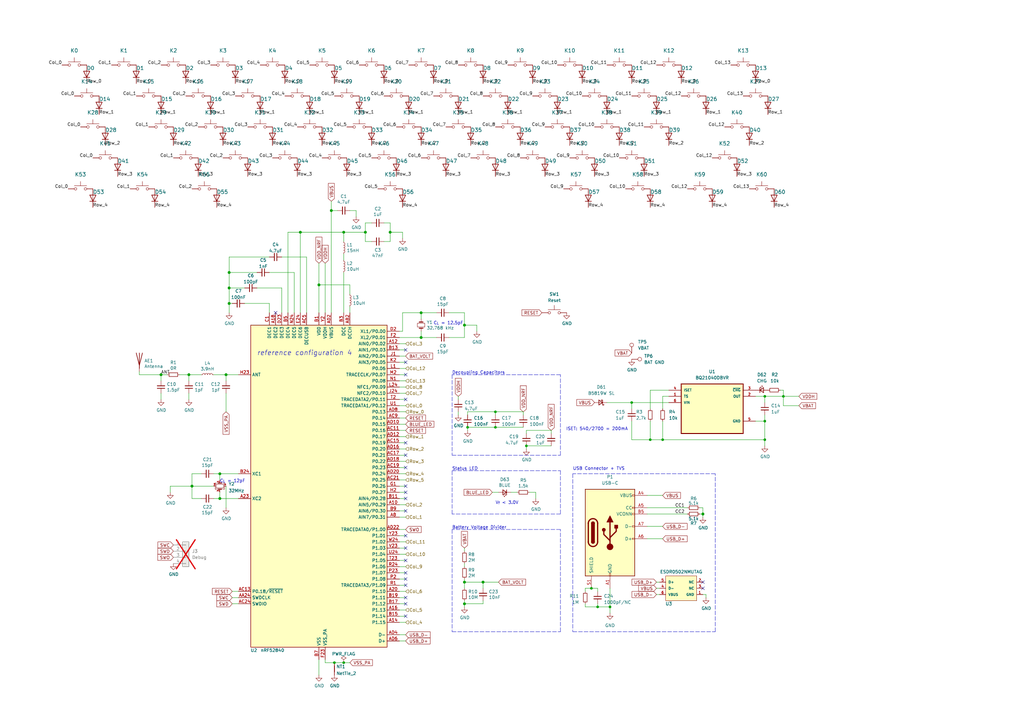
<source format=kicad_sch>
(kicad_sch (version 20250114) (generator "eeschema") (generator_version "9.0")
  (paper "A3")
  (title_block (date "2025-12-30 22:53") (comment 1 "Author: ") (comment 2 "Generated by klepcbgen.py v0.1"))
  (text "C_{L} = 12pF" (at 90.17 198.12 0) (effects (font (size 1.27 1.27)) (justify left bottom)))
  (text "Battery Voltage Divider" (at 185.42 217.17 0) (effects (font (size 1.27 1.27)) (justify left bottom)))
  (text "V_{f} < 3.0V" (at 203.2 207.01 0) (effects (font (size 1.27 1.27)) (justify left bottom)))
  (text "Decoupling Capacitors" (at 185.42 153.67 0) (effects (font (size 1.27 1.27)) (justify left bottom)))
  (text "ISET: 540/2700 = 200mA" (at 244.856 176.022 0) (effects (font (size 1.27 1.27))))
  (text "reference configuration 4" (at 105.41 146.05 0) (effects (font (size 2 2) (italic yes)) (justify left bottom)))
  (text "Status LED" (at 185.42 193.04 0) (effects (font (size 1.27 1.27)) (justify left bottom)))
  (text "USB Connector + TVS" (at 234.95 193.04 0) (effects (font (size 1.27 1.27)) (justify left bottom)))
  (text "C_{L} = 12.5pF" (at 177.8 133.35 0) (effects (font (size 1.27 1.27)) (justify left bottom)))
  (junction (at 140.97 95.25) (diameter 1.016))
  (junction (at 130.81 116.84) (diameter 1.016))
  (junction (at 77.47 153.67) (diameter 1.016))
  (junction (at 266.7 180.34))
  (junction (at 123.19 95.25) (diameter 1.016))
  (junction (at 135.89 86.36) (diameter 1.016))
  (junction (at 242.57 241.3))
  (junction (at 92.71 153.67) (diameter 1.016))
  (junction (at 288.29 210.82) (diameter 1.016))
  (junction (at 66.04 153.67) (diameter 1.016))
  (junction (at 215.9 182.88))
  (junction (at 245.11 248.92))
  (junction (at 259.08 165.1))
  (junction (at 90.17 194.31) (diameter 1.016))
  (junction (at 172.72 138.43) (diameter 1.016))
  (junction (at 190.5 247.65) (diameter 1.016))
  (junction (at 203.2 175.26))
  (junction (at 78.74 199.39) (diameter 1.016))
  (junction (at 160.02 95.25) (diameter 1.016))
  (junction (at 313.69 180.34))
  (junction (at 271.78 180.34))
  (junction (at 190.5 238.76) (diameter 1.016))
  (junction (at 172.72 128.27) (diameter 1.016))
  (junction (at 140.97 271.78))
  (junction (at 93.98 124.46) (diameter 1.016))
  (junction (at 93.98 111.76) (diameter 1.016))
  (junction (at 137.16 271.78))
  (junction (at 90.17 204.47) (diameter 1.016))
  (junction (at 198.12 238.76) (diameter 1.016))
  (junction (at 321.31 162.56))
  (junction (at 93.98 118.11) (diameter 1.016))
  (junction (at 313.69 162.56))
  (junction (at 250.19 248.92))
  (junction (at 149.86 95.25) (diameter 1.016))
  (junction (at 190.5 133.35) (diameter 1.016))
  (junction (at 191.77 175.26))
  (junction (at 203.2 168.91))
  (junction (at 313.69 172.72))
  (no_connect (at 166.37 252.73))
  (no_connect (at 166.37 191.77))
  (no_connect (at 288.29 241.3))
  (no_connect (at 166.37 209.55))
  (no_connect (at 166.37 186.69))
  (no_connect (at 166.37 240.03))
  (no_connect (at 166.37 245.11))
  (no_connect (at 166.37 201.93))
  (no_connect (at 166.37 148.59))
  (no_connect (at 166.37 247.65))
  (no_connect (at 166.37 143.51))
  (no_connect (at 166.37 153.67))
  (no_connect (at 166.37 181.61))
  (no_connect (at 166.37 229.87))
  (no_connect (at 166.37 204.47))
  (no_connect (at 166.37 224.79))
  (no_connect (at 166.37 234.95))
  (no_connect (at 166.37 163.83))
  (no_connect (at 166.37 219.71))
  (no_connect (at 166.37 237.49))
  (no_connect (at 166.37 199.39))
  (no_connect (at 113.03 128.27))
  (no_connect (at 288.29 238.76))
  (wire (pts (xy 152.4 99.06) (xy 149.86 99.06)))
  (wire (pts (xy 287.02 208.28) (xy 288.29 208.28)))
  (wire (pts (xy 265.43 220.98) (xy 271.78 220.98)))
  (wire (pts (xy 160.02 91.44) (xy 160.02 95.25)))
  (wire (pts (xy 123.19 95.25) (xy 140.97 95.25)))
  (wire (pts (xy 165.1 135.89) (xy 165.1 128.27)))
  (wire (pts (xy 166.37 229.87) (xy 163.83 229.87)))
  (wire (pts (xy 140.97 106.68) (xy 140.97 104.14)))
  (wire (pts (xy 163.83 260.35) (xy 166.37 260.35)))
  (wire (pts (xy 77.47 161.29) (xy 77.47 163.83)))
  (wire (pts (xy 203.2 175.26) (xy 214.63 175.26)))
  (wire (pts (xy 120.65 111.76) (xy 120.65 128.27)))
  (wire (pts (xy 313.69 162.56) (xy 321.31 162.56)))
  (wire (pts (xy 166.37 184.15) (xy 163.83 184.15)))
  (wire (pts (xy 166.37 194.31) (xy 163.83 194.31)))
  (wire (pts (xy 242.57 241.3) (xy 245.11 241.3)))
  (wire (pts (xy 66.04 161.29) (xy 66.04 163.83)))
  (wire (pts (xy 130.81 107.95) (xy 130.81 116.84)))
  (polyline (pts (xy 229.87 217.17) (xy 185.42 217.17)) (stroke (width 0) (type dash)))
  (wire (pts (xy 209.55 201.93) (xy 212.09 201.93)))
  (polyline (pts (xy 185.42 153.67) (xy 185.42 186.69)) (stroke (width 0) (type dash)))
  (wire (pts (xy 146.05 86.36) (xy 146.05 88.9)))
  (wire (pts (xy 93.98 111.76) (xy 93.98 118.11)))
  (wire (pts (xy 138.43 86.36) (xy 135.89 86.36)))
  (wire (pts (xy 321.31 162.56) (xy 327.66 162.56)))
  (wire (pts (xy 250.19 248.92) (xy 250.19 241.3)))
  (wire (pts (xy 118.11 95.25) (xy 123.19 95.25)))
  (wire (pts (xy 166.37 196.85) (xy 163.83 196.85)))
  (wire (pts (xy 165.1 128.27) (xy 172.72 128.27)))
  (wire (pts (xy 166.37 201.93) (xy 163.83 201.93)))
  (wire (pts (xy 140.97 99.06) (xy 140.97 95.25)))
  (wire (pts (xy 166.37 227.33) (xy 163.83 227.33)))
  (wire (pts (xy 166.37 181.61) (xy 163.83 181.61)))
  (wire (pts (xy 190.5 128.27) (xy 190.5 133.35)))
  (wire (pts (xy 184.15 128.27) (xy 190.5 128.27)))
  (polyline (pts (xy 293.37 194.31) (xy 234.95 194.31)) (stroke (width 0) (type dash)))
  (wire (pts (xy 166.37 191.77) (xy 163.83 191.77)))
  (wire (pts (xy 240.03 241.3) (xy 242.57 241.3)))
  (wire (pts (xy 190.5 246.38) (xy 190.5 247.65)))
  (wire (pts (xy 166.37 143.51) (xy 163.83 143.51)))
  (wire (pts (xy 163.83 158.75) (xy 166.37 158.75)))
  (wire (pts (xy 115.57 118.11) (xy 115.57 128.27)))
  (wire (pts (xy 289.56 245.11) (xy 289.56 243.84)))
  (wire (pts (xy 320.04 160.02) (xy 321.31 160.02)))
  (polyline (pts (xy 234.95 259.08) (xy 293.37 259.08)) (stroke (width 0) (type dash)))
  (wire (pts (xy 190.5 247.65) (xy 198.12 247.65)))
  (wire (pts (xy 165.1 95.25) (xy 165.1 97.79)))
  (wire (pts (xy 166.37 148.59) (xy 163.83 148.59)))
  (wire (pts (xy 166.37 217.17) (xy 163.83 217.17)))
  (wire (pts (xy 190.5 247.65) (xy 190.5 248.92)))
  (wire (pts (xy 137.16 271.78) (xy 140.97 271.78)))
  (wire (pts (xy 135.89 128.27) (xy 135.89 86.36)))
  (wire (pts (xy 215.9 176.53) (xy 226.06 176.53)))
  (wire (pts (xy 172.72 138.43) (xy 172.72 135.89)))
  (wire (pts (xy 93.98 118.11) (xy 93.98 124.46)))
  (wire (pts (xy 160.02 95.25) (xy 165.1 95.25)))
  (wire (pts (xy 166.37 156.21) (xy 163.83 156.21)))
  (wire (pts (xy 82.55 204.47) (xy 78.74 204.47)))
  (wire (pts (xy 187.96 168.91) (xy 187.96 170.18)))
  (wire (pts (xy 187.96 162.56) (xy 187.96 163.83)))
  (wire (pts (xy 133.35 107.95) (xy 133.35 128.27)))
  (wire (pts (xy 166.37 207.01) (xy 163.83 207.01)))
  (wire (pts (xy 240.03 242.57) (xy 240.03 241.3)))
  (wire (pts (xy 266.7 160.02) (xy 266.7 167.64)))
  (wire (pts (xy 118.11 128.27) (xy 118.11 95.25)))
  (wire (pts (xy 226.06 176.53) (xy 226.06 177.8)))
  (wire (pts (xy 172.72 128.27) (xy 179.07 128.27)))
  (wire (pts (xy 166.37 189.23) (xy 163.83 189.23)))
  (wire (pts (xy 166.37 209.55) (xy 163.83 209.55)))
  (wire (pts (xy 166.37 146.05) (xy 163.83 146.05)))
  (wire (pts (xy 166.37 186.69) (xy 163.83 186.69)))
  (wire (pts (xy 289.56 243.84) (xy 288.29 243.84)))
  (wire (pts (xy 309.88 162.56) (xy 313.69 162.56)))
  (wire (pts (xy 130.81 116.84) (xy 130.81 128.27)))
  (wire (pts (xy 215.9 182.88) (xy 226.06 182.88)))
  (polyline (pts (xy 185.42 186.69) (xy 229.87 186.69)) (stroke (width 0) (type dash)))
  (polyline (pts (xy 185.42 217.17) (xy 185.42 259.08)) (stroke (width 0) (type dash)))
  (wire (pts (xy 190.5 238.76) (xy 190.5 241.3)))
  (wire (pts (xy 163.83 161.29) (xy 166.37 161.29)))
  (wire (pts (xy 198.12 238.76) (xy 198.12 241.3)))
  (wire (pts (xy 240.03 247.65) (xy 240.03 248.92)))
  (wire (pts (xy 157.48 99.06) (xy 160.02 99.06)))
  (wire (pts (xy 149.86 91.44) (xy 149.86 95.25)))
  (wire (pts (xy 288.29 208.28) (xy 288.29 210.82)))
  (wire (pts (xy 166.37 255.27) (xy 163.83 255.27)))
  (wire (pts (xy 163.83 173.99) (xy 166.37 173.99)))
  (wire (pts (xy 287.02 210.82) (xy 288.29 210.82)))
  (polyline (pts (xy 229.87 186.69) (xy 229.87 153.67)) (stroke (width 0) (type dash)))
  (wire (pts (xy 78.74 194.31) (xy 82.55 194.31)))
  (wire (pts (xy 274.32 162.56) (xy 271.78 162.56)))
  (wire (pts (xy 143.51 120.65) (xy 143.51 116.84)))
  (wire (pts (xy 166.37 171.45) (xy 163.83 171.45)))
  (wire (pts (xy 259.08 165.1) (xy 274.32 165.1)))
  (wire (pts (xy 166.37 242.57) (xy 163.83 242.57)))
  (wire (pts (xy 166.37 262.89) (xy 163.83 262.89)))
  (wire (pts (xy 93.98 124.46) (xy 93.98 128.27)))
  (wire (pts (xy 313.69 172.72) (xy 313.69 180.34)))
  (wire (pts (xy 115.57 105.41) (xy 125.73 105.41)))
  (wire (pts (xy 149.86 95.25) (xy 149.86 99.06)))
  (wire (pts (xy 125.73 105.41) (xy 125.73 128.27)))
  (wire (pts (xy 100.33 124.46) (xy 110.49 124.46)))
  (wire (pts (xy 92.71 153.67) (xy 92.71 156.21)))
  (wire (pts (xy 198.12 238.76) (xy 204.47 238.76)))
  (wire (pts (xy 82.55 153.67) (xy 77.47 153.67)))
  (wire (pts (xy 166.37 166.37) (xy 163.83 166.37)))
  (wire (pts (xy 93.98 105.41) (xy 110.49 105.41)))
  (polyline (pts (xy 229.87 210.82) (xy 185.42 210.82)) (stroke (width 0) (type dash)))
  (wire (pts (xy 191.77 175.26) (xy 203.2 175.26)))
  (wire (pts (xy 163.83 135.89) (xy 165.1 135.89)))
  (wire (pts (xy 93.98 105.41) (xy 93.98 111.76)))
  (wire (pts (xy 143.51 116.84) (xy 130.81 116.84)))
  (wire (pts (xy 166.37 247.65) (xy 163.83 247.65)))
  (wire (pts (xy 105.41 118.11) (xy 115.57 118.11)))
  (wire (pts (xy 90.17 194.31) (xy 87.63 194.31)))
  (wire (pts (xy 143.51 125.73) (xy 143.51 128.27)))
  (wire (pts (xy 265.43 203.2) (xy 271.78 203.2)))
  (wire (pts (xy 166.37 224.79) (xy 163.83 224.79)))
  (wire (pts (xy 274.32 160.02) (xy 266.7 160.02)))
  (wire (pts (xy 250.19 251.46) (xy 250.19 248.92)))
  (wire (pts (xy 266.7 180.34) (xy 271.78 180.34)))
  (wire (pts (xy 130.81 270.51) (xy 130.81 276.86)))
  (wire (pts (xy 172.72 130.81) (xy 172.72 128.27)))
  (wire (pts (xy 133.35 271.78) (xy 137.16 271.78)))
  (wire (pts (xy 163.83 176.53) (xy 166.37 176.53)))
  (wire (pts (xy 166.37 153.67) (xy 163.83 153.67)))
  (wire (pts (xy 93.98 118.11) (xy 100.33 118.11)))
  (wire (pts (xy 166.37 237.49) (xy 163.83 237.49)))
  (wire (pts (xy 190.5 224.79) (xy 190.5 226.06)))
  (wire (pts (xy 163.83 140.97) (xy 166.37 140.97)))
  (wire (pts (xy 195.58 133.35) (xy 195.58 135.89)))
  (wire (pts (xy 66.04 153.67) (xy 68.58 153.67)))
  (wire (pts (xy 191.77 175.26) (xy 191.77 176.53)))
  (wire (pts (xy 166.37 151.13) (xy 163.83 151.13)))
  (wire (pts (xy 78.74 204.47) (xy 78.74 199.39)))
  (wire (pts (xy 321.31 160.02) (xy 321.31 162.56)))
  (wire (pts (xy 245.11 247.65) (xy 245.11 248.92)))
  (wire (pts (xy 245.11 248.92) (xy 250.19 248.92)))
  (wire (pts (xy 95.25 242.57) (xy 97.79 242.57)))
  (wire (pts (xy 93.98 111.76) (xy 105.41 111.76)))
  (wire (pts (xy 78.74 199.39) (xy 78.74 194.31)))
  (wire (pts (xy 271.78 180.34) (xy 313.69 180.34)))
  (wire (pts (xy 269.24 238.76) (xy 270.51 238.76)))
  (wire (pts (xy 97.79 153.67) (xy 92.71 153.67)))
  (wire (pts (xy 265.43 208.28) (xy 281.94 208.28)))
  (wire (pts (xy 90.17 201.93) (xy 90.17 204.47)))
  (wire (pts (xy 203.2 168.91) (xy 214.63 168.91)))
  (wire (pts (xy 163.83 138.43) (xy 172.72 138.43)))
  (wire (pts (xy 248.92 165.1) (xy 259.08 165.1)))
  (wire (pts (xy 87.63 153.67) (xy 92.71 153.67)))
  (wire (pts (xy 90.17 204.47) (xy 87.63 204.47)))
  (polyline (pts (xy 229.87 193.04) (xy 229.87 210.82)) (stroke (width 0) (type dash)))
  (wire (pts (xy 203.2 168.91) (xy 203.2 170.18)))
  (wire (pts (xy 166.37 199.39) (xy 163.83 199.39)))
  (wire (pts (xy 166.37 212.09) (xy 163.83 212.09)))
  (wire (pts (xy 163.83 219.71) (xy 166.37 219.71)))
  (wire (pts (xy 288.29 210.82) (xy 288.29 212.09)))
  (wire (pts (xy 190.5 133.35) (xy 190.5 138.43)))
  (wire (pts (xy 259.08 180.34) (xy 266.7 180.34)))
  (wire (pts (xy 78.74 199.39) (xy 69.85 199.39)))
  (wire (pts (xy 166.37 222.25) (xy 163.83 222.25)))
  (wire (pts (xy 123.19 128.27) (xy 123.19 95.25)))
  (wire (pts (xy 166.37 234.95) (xy 163.83 234.95)))
  (wire (pts (xy 97.79 194.31) (xy 90.17 194.31)))
  (wire (pts (xy 66.04 156.21) (xy 66.04 153.67)))
  (wire (pts (xy 269.24 243.84) (xy 270.51 243.84)))
  (wire (pts (xy 269.24 241.3) (xy 270.51 241.3)))
  (wire (pts (xy 217.17 201.93) (xy 219.71 201.93)))
  (wire (pts (xy 97.79 245.11) (xy 95.25 245.11)))
  (wire (pts (xy 163.83 179.07) (xy 166.37 179.07)))
  (wire (pts (xy 321.31 166.37) (xy 321.31 162.56)))
  (wire (pts (xy 140.97 95.25) (xy 149.86 95.25)))
  (wire (pts (xy 259.08 167.64) (xy 259.08 165.1)))
  (wire (pts (xy 166.37 232.41) (xy 163.83 232.41)))
  (wire (pts (xy 240.03 248.92) (xy 245.11 248.92)))
  (wire (pts (xy 166.37 204.47) (xy 163.83 204.47)))
  (wire (pts (xy 135.89 86.36) (xy 135.89 82.55)))
  (wire (pts (xy 313.69 170.18) (xy 313.69 172.72)))
  (wire (pts (xy 271.78 162.56) (xy 271.78 167.64)))
  (wire (pts (xy 93.98 124.46) (xy 95.25 124.46)))
  (wire (pts (xy 133.35 271.78) (xy 133.35 270.51)))
  (wire (pts (xy 190.5 237.49) (xy 190.5 238.76)))
  (wire (pts (xy 215.9 177.8) (xy 215.9 176.53)))
  (wire (pts (xy 219.71 201.93) (xy 219.71 204.47)))
  (wire (pts (xy 140.97 111.76) (xy 140.97 128.27)))
  (wire (pts (xy 87.63 199.39) (xy 78.74 199.39)))
  (wire (pts (xy 190.5 133.35) (xy 195.58 133.35)))
  (wire (pts (xy 73.66 153.67) (xy 77.47 153.67)))
  (wire (pts (xy 110.49 111.76) (xy 120.65 111.76)))
  (wire (pts (xy 160.02 99.06) (xy 160.02 95.25)))
  (wire (pts (xy 166.37 245.11) (xy 163.83 245.11)))
  (polyline (pts (xy 293.37 259.08) (xy 293.37 194.31)) (stroke (width 0) (type dash)))
  (wire (pts (xy 110.49 128.27) (xy 110.49 124.46)))
  (wire (pts (xy 77.47 153.67) (xy 77.47 156.21)))
  (wire (pts (xy 166.37 250.19) (xy 163.83 250.19)))
  (polyline (pts (xy 229.87 259.08) (xy 229.87 217.17)) (stroke (width 0) (type dash)))
  (wire (pts (xy 191.77 170.18) (xy 191.77 168.91)))
  (wire (pts (xy 266.7 172.72) (xy 266.7 180.34)))
  (wire (pts (xy 215.9 182.88) (xy 215.9 184.15)))
  (wire (pts (xy 313.69 180.34) (xy 313.69 182.88)))
  (wire (pts (xy 214.63 168.91) (xy 214.63 170.18)))
  (wire (pts (xy 166.37 252.73) (xy 163.83 252.73)))
  (polyline (pts (xy 185.42 193.04) (xy 229.87 193.04)) (stroke (width 0) (type dash)))
  (wire (pts (xy 191.77 168.91) (xy 203.2 168.91)))
  (wire (pts (xy 140.97 271.78) (xy 143.51 271.78)))
  (wire (pts (xy 201.93 201.93) (xy 204.47 201.93)))
  (wire (pts (xy 190.5 238.76) (xy 198.12 238.76)))
  (polyline (pts (xy 234.95 194.31) (xy 234.95 259.08)) (stroke (width 0) (type dash)))
  (wire (pts (xy 190.5 138.43) (xy 184.15 138.43)))
  (wire (pts (xy 259.08 172.72) (xy 259.08 180.34)))
  (wire (pts (xy 271.78 172.72) (xy 271.78 180.34)))
  (wire (pts (xy 92.71 199.39) (xy 92.71 208.28)))
  (wire (pts (xy 313.69 172.72) (xy 309.88 172.72)))
  (wire (pts (xy 166.37 240.03) (xy 163.83 240.03)))
  (polyline (pts (xy 185.42 259.08) (xy 229.87 259.08)) (stroke (width 0) (type dash)))
  (wire (pts (xy 57.15 153.67) (xy 66.04 153.67)))
  (wire (pts (xy 69.85 199.39) (xy 69.85 201.93)))
  (wire (pts (xy 265.43 210.82) (xy 281.94 210.82)))
  (wire (pts (xy 198.12 247.65) (xy 198.12 246.38)))
  (wire (pts (xy 90.17 194.31) (xy 90.17 196.85)))
  (polyline (pts (xy 185.42 210.82) (xy 185.42 193.04)) (stroke (width 0) (type dash)))
  (polyline (pts (xy 229.87 153.67) (xy 185.42 153.67)) (stroke (width 0) (type dash)))
  (wire (pts (xy 92.71 161.29) (xy 92.71 168.91)))
  (wire (pts (xy 143.51 86.36) (xy 146.05 86.36)))
  (wire (pts (xy 327.66 166.37) (xy 321.31 166.37)))
  (wire (pts (xy 90.17 204.47) (xy 97.79 204.47)))
  (wire (pts (xy 166.37 163.83) (xy 163.83 163.83)))
  (wire (pts (xy 245.11 241.3) (xy 245.11 242.57)))
  (wire (pts (xy 172.72 138.43) (xy 179.07 138.43)))
  (wire (pts (xy 149.86 91.44) (xy 152.4 91.44)))
  (wire (pts (xy 190.5 232.41) (xy 190.5 231.14)))
  (wire (pts (xy 157.48 91.44) (xy 160.02 91.44)))
  (wire (pts (xy 313.69 165.1) (xy 313.69 162.56)))
  (wire (pts (xy 265.43 215.9) (xy 271.78 215.9)))
  (wire (pts (xy 163.83 168.91) (xy 166.37 168.91)))
  (wire (pts (xy 57.15 152.4) (xy 57.15 153.67)))
  (wire (pts (xy 95.25 247.65) (xy 97.79 247.65)))
  (label "Row_1" (at 167.64 46.99 0))
  (label "Col_2" (at 76.2 39.37 180))
  (label "Col_2" (at 66.04 26.67 180))
  (label "Col_9" (at 208.28 26.67 180))
  (label "Col_10" (at 228.6 26.67 180))
  (label "Row_1" (at 248.92 46.99 0))
  (label "Row_3" (at 223.52 72.39 0))
  (label "Row_4" (at 241.3 85.09 0))
  (label "Row_2" (at 111.76 59.69 0))
  (label "Col_6" (at 172.72 64.77 180))
  (label "Row_4" (at 266.7 85.09 0))
  (label "Row_0" (at 55.88 34.29 0))
  (label "Col_2" (at 78.74 77.47 180))
  (label "Row_2" (at 91.44 59.69 0))
  (label "Row_1" (at 147.32 46.99 0))
  (label "Col_13" (at 304.8 39.37 180))
  (label "Col_6" (at 147.32 26.67 180))
  (label "Row_0" (at 116.84 34.29 0))
  (label "Col_5" (at 154.94 77.47 180))
  (label "Col_12" (at 292.1 64.77 180))
  (label "Row_2" (at 43.18 59.69 0))
  (label "Col_7" (at 193.04 64.77 180))
  (label "Row_2" (at 233.68 59.69 0))
  (label "Col_3" (at 86.36 26.67 180))
  (label "Col_9" (at 223.52 52.07 180))
  (label "Row_4" (at 38.1 85.09 0))
  (label "Col_3" (at 96.52 39.37 180))
  (label "Row_3" (at 302.26 72.39 0))
  (label "Col_3" (at 111.76 64.77 180))
  (label "Row_1" (at 289.56 46.99 0))
  (label "Col_5" (at 142.24 52.07 180))
  (label "Col_8" (at 198.12 39.37 180))
  (label "Col_7" (at 167.64 26.67 180))
  (label "Col_6" (at 162.56 52.07 180))
  (label "Col_12" (at 297.18 52.07 180))
  (label "Row_3" (at 142.24 72.39 0))
  (label "Col_2" (at 91.44 64.77 180))
  (label "Row_0" (at 279.4 34.29 0))
  (label "Row_3" (at 101.6 72.39 0))
  (label "CC2" (at 276.86 210.82 0))
  (label "Col_4" (at 116.84 39.37 180))
  (label "ANT" (at 66.04 153.67 0))
  (label "Col_6" (at 157.48 39.37 180))
  (label "Col_13" (at 307.34 77.47 180))
  (label "Row_2" (at 254 59.69 0))
  (label "Row_2" (at 71.12 59.69 0))
  (label "Col_7" (at 182.88 52.07 180))
  (label "Row_0" (at 157.48 34.29 0))
  (label "Row_4" (at 88.9 85.09 0))
  (label "Row_3" (at 264.16 72.39 0))
  (label "Row_3" (at 203.2 72.39 0))
  (label "Col_10" (at 238.76 39.37 180))
  (label "Row_2" (at 193.04 59.69 0))
  (label "Row_1" (at 127 46.99 0))
  (label "Col_3" (at 101.6 52.07 180))
  (label "Col_4" (at 106.68 26.67 180))
  (label "Row_3" (at 121.92 72.39 0))
  (label "Row_1" (at 269.24 46.99 0))
  (label "Row_0" (at 218.44 34.29 0))
  (label "Row_1" (at 208.28 46.99 0))
  (label "Col_0" (at 33.02 52.07 180))
  (label "Row_1" (at 228.6 46.99 0))
  (label "Col_1" (at 55.88 39.37 180))
  (label "Row_3" (at 182.88 72.39 0))
  (label "Row_0" (at 238.76 34.29 0))
  (label "Row_3" (at 162.56 72.39 0))
  (label "Col_1" (at 60.96 52.07 180))
  (label "Row_0" (at 35.56 34.29 0))
  (label "Col_0" (at 25.4 26.67 180))
  (label "CC1" (at 276.86 208.28 0))
  (label "Row_0" (at 177.8 34.29 0))
  (label "Col_8" (at 203.2 52.07 180))
  (label "Row_1" (at 66.04 46.99 0))
  (label "Col_10" (at 243.84 52.07 180))
  (label "Col_7" (at 177.8 39.37 180))
  (label "Col_10" (at 256.54 77.47 180))
  (label "Row_0" (at 137.16 34.29 0))
  (label "Col_4" (at 132.08 64.77 180))
  (label "Row_1" (at 314.96 46.99 0))
  (label "Row_2" (at 132.08 59.69 0))
  (label "Col_5" (at 127 26.67 180))
  (label "Col_8" (at 213.36 64.77 180))
  (label "Row_3" (at 48.26 72.39 0))
  (label "Col_9" (at 218.44 39.37 180))
  (label "Row_2" (at 274.32 59.69 0))
  (label "Col_1" (at 53.34 77.47 180))
  (label "Col_11" (at 264.16 52.07 180))
  (label "Row_1" (at 40.64 46.99 0))
  (label "Col_0" (at 38.1 64.77 180))
  (label "Row_4" (at 292.1 85.09 0))
  (label "Row_4" (at 317.5 85.09 0))
  (label "Col_10" (at 254 64.77 180))
  (label "Row_4" (at 165.1 85.09 0))
  (label "Col_5" (at 137.16 39.37 180))
  (label "Row_4" (at 63.5 85.09 0))
  (label "Col_9" (at 233.68 64.77 180))
  (label "Col_2" (at 81.28 52.07 180))
  (label "Row_1" (at 187.96 46.99 0))
  (label "Col_5" (at 152.4 64.77 180))
  (label "Row_0" (at 309.88 34.29 0))
  (label "Row_0" (at 76.2 34.29 0))
  (label "Col_12" (at 281.94 77.47 180))
  (label "Row_3" (at 81.28 72.39 0))
  (label "Row_0" (at 96.52 34.29 0))
  (label "Col_11" (at 259.08 39.37 180))
  (label "Col_0" (at 27.94 77.47 180))
  (label "Row_0" (at 259.08 34.29 0))
  (label "Col_0" (at 30.48 39.37 180))
  (label "Col_12" (at 269.24 26.67 180))
  (label "Col_11" (at 248.92 26.67 180))
  (label "Row_3" (at 243.84 72.39 0))
  (label "Row_2" (at 213.36 59.69 0))
  (label "Row_2" (at 307.34 59.69 0))
  (label "Row_1" (at 106.68 46.99 0))
  (label "Row_2" (at 172.72 59.69 0))
  (label "Col_12" (at 279.4 39.37 180))
  (label "Row_0" (at 198.12 34.29 0))
  (label "Col_1" (at 71.12 64.77 180))
  (label "Col_4" (at 121.92 52.07 180))
  (label "Col_8" (at 187.96 26.67 180))
  (label "Col_13" (at 299.72 26.67 180))
  (label "Col_1" (at 45.72 26.67 180))
  (label "Row_1" (at 86.36 46.99 0))
  (label "Col_9" (at 231.14 77.47 180))
  (label "Row_2" (at 152.4 59.69 0))
  (global_label "RESET" (shape input) (at 166.37 176.53 0) (property "Intersheetrefs" "${INTERSHEET_REFS}" (effects (hide yes))))
  (global_label "VSS_PA" (shape input) (at 143.51 271.78 0) (property "Intersheetrefs" "${INTERSHEET_REFS}" (effects (hide yes))))
  (global_label "BLUE_LED" (shape input) (at 201.93 201.93 180) (property "Intersheetrefs" "${INTERSHEET_REFS}" (effects (hide yes))))
  (global_label "VDD_NRF" (shape input) (at 214.63 168.91 90) (property "Intersheetrefs" "${INTERSHEET_REFS}" (effects (hide yes))))
  (global_label "RESET" (shape input) (at 95.25 242.57 180) (property "Intersheetrefs" "${INTERSHEET_REFS}" (effects (hide yes))))
  (global_label "BLUE_LED" (shape input) (at 166.37 173.99 0) (property "Intersheetrefs" "${INTERSHEET_REFS}" (effects (hide yes))))
  (global_label "VDDH" (shape input) (at 327.66 162.56 0) (property "Intersheetrefs" "${INTERSHEET_REFS}" (effects (hide yes))))
  (global_label "SWC" (shape input) (at 71.12 223.52 180) (property "Intersheetrefs" "${INTERSHEET_REFS}" (effects (hide yes))))
  (global_label "USB_D+" (shape input) (at 269.24 238.76 180) (property "Intersheetrefs" "${INTERSHEET_REFS}" (effects (hide yes))))
  (global_label "VBUS" (shape input) (at 269.24 241.3 180) (property "Intersheetrefs" "${INTERSHEET_REFS}" (effects (hide yes))))
  (global_label "USB_D+" (shape input) (at 271.78 220.98 0) (property "Intersheetrefs" "${INTERSHEET_REFS}" (effects (hide yes))))
  (global_label "VDDH" (shape input) (at 133.35 107.95 90) (property "Intersheetrefs" "${INTERSHEET_REFS}" (effects (hide yes))))
  (global_label "USB_D-" (shape input) (at 271.78 215.9 0) (property "Intersheetrefs" "${INTERSHEET_REFS}" (effects (hide yes))))
  (global_label "SWC" (shape input) (at 95.25 245.11 180) (property "Intersheetrefs" "${INTERSHEET_REFS}" (effects (hide yes))))
  (global_label "VBUS" (shape input) (at 243.84 165.1 180) (property "Intersheetrefs" "${INTERSHEET_REFS}" (effects (hide yes))))
  (global_label "VBUS" (shape input) (at 271.78 203.2 0) (property "Intersheetrefs" "${INTERSHEET_REFS}" (effects (hide yes))))
  (global_label "SWD" (shape input) (at 95.25 247.65 180) (property "Intersheetrefs" "${INTERSHEET_REFS}" (effects (hide yes))))
  (global_label "SWD" (shape input) (at 71.12 226.06 180) (property "Intersheetrefs" "${INTERSHEET_REFS}" (effects (hide yes))))
  (global_label "USB_D+" (shape input) (at 166.37 262.89 0) (property "Intersheetrefs" "${INTERSHEET_REFS}" (effects (hide yes))))
  (global_label "SWO" (shape input) (at 71.12 228.6 180) (property "Intersheetrefs" "${INTERSHEET_REFS}" (effects (hide yes))))
  (global_label "BAT_VOLT" (shape input) (at 204.47 238.76 0) (property "Intersheetrefs" "${INTERSHEET_REFS}" (effects (hide yes))))
  (global_label "VBAT" (shape input) (at 190.5 224.79 90) (property "Intersheetrefs" "${INTERSHEET_REFS}" (effects (hide yes))))
  (global_label "VSS_PA" (shape input) (at 92.71 168.91 270) (property "Intersheetrefs" "${INTERSHEET_REFS}" (effects (hide yes))))
  (global_label "SWO" (shape input) (at 166.37 217.17 0) (property "Intersheetrefs" "${INTERSHEET_REFS}" (effects (hide yes))))
  (global_label "RESET" (shape input) (at 166.37 171.45 0) (property "Intersheetrefs" "${INTERSHEET_REFS}" (effects (hide yes))))
  (global_label "USB_D-" (shape input) (at 269.24 243.84 180) (property "Intersheetrefs" "${INTERSHEET_REFS}" (effects (hide yes))))
  (global_label "VBAT" (shape input) (at 259.08 144.78 180) (property "Intersheetrefs" "${INTERSHEET_REFS}" (effects (hide yes))))
  (global_label "VDD_NRF" (shape input) (at 130.81 107.95 90) (property "Intersheetrefs" "${INTERSHEET_REFS}" (effects (hide yes))))
  (global_label "VDDH" (shape input) (at 187.96 162.56 90) (property "Intersheetrefs" "${INTERSHEET_REFS}" (effects (hide yes))))
  (global_label "USB_D-" (shape input) (at 166.37 260.35 0) (property "Intersheetrefs" "${INTERSHEET_REFS}" (effects (hide yes))))
  (global_label "RESET" (shape input) (at 222.25 128.27 180) (property "Intersheetrefs" "${INTERSHEET_REFS}" (effects (hide yes))))
  (global_label "VDD_NRF" (shape input) (at 226.06 176.53 90) (property "Intersheetrefs" "${INTERSHEET_REFS}" (effects (hide yes))))
  (global_label "VBAT" (shape input) (at 327.66 166.37 0) (property "Intersheetrefs" "${INTERSHEET_REFS}" (effects (hide yes))))
  (global_label "VBUS" (shape input) (at 135.89 82.55 90) (property "Intersheetrefs" "${INTERSHEET_REFS}" (effects (hide yes))))
  (global_label "BAT_VOLT" (shape input) (at 166.37 146.05 0) (property "Intersheetrefs" "${INTERSHEET_REFS}" (effects (hide yes))))
  (hierarchical_label "Col_2" (shape input) (at 166.37 207.01 0))
  (hierarchical_label "Row_4" (shape input) (at 166.37 194.31 0))
  (hierarchical_label "Row_5" (shape input) (at 166.37 196.85 0))
  (hierarchical_label "Col_0" (shape input) (at 166.37 166.37 0))
  (hierarchical_label "Col_8" (shape input) (at 166.37 158.75 0))
  (hierarchical_label "Col_12" (shape input) (at 166.37 151.13 0))
  (hierarchical_label "Col_4" (shape input) (at 166.37 255.27 0))
  (hierarchical_label "Col_13" (shape input) (at 166.37 156.21 0))
  (hierarchical_label "Col_5" (shape input) (at 166.37 250.19 0))
  (hierarchical_label "Col_3" (shape input) (at 166.37 140.97 0))
  (hierarchical_label "Row_3" (shape input) (at 166.37 189.23 0))
  (hierarchical_label "Row_1" (shape input) (at 166.37 179.07 0))
  (hierarchical_label "Row_0" (shape input) (at 166.37 168.91 0))
  (hierarchical_label "Col_1" (shape input) (at 166.37 212.09 0))
  (hierarchical_label "Col_10" (shape input) (at 166.37 227.33 0))
  (hierarchical_label "Col_7" (shape input) (at 166.37 161.29 0))
  (hierarchical_label "Col_6" (shape input) (at 166.37 242.57 0))
  (hierarchical_label "Col_9" (shape input) (at 166.37 232.41 0))
  (hierarchical_label "Col_11" (shape input) (at 166.37 222.25 0))
  (hierarchical_label "Row_2" (shape input) (at 166.37 184.15 0))
  (symbol (lib_id "Switch:SW_Push") (at 162.56 39.37 0) (unit 1)
    (property "Reference" "K20" (at 162.56 33.4518 0) (effects (font (size 1.524 1.524))))
    (property "Value" "Y" (effects (hide yes)))
    (property "Footprint" "Gateron_KS33_Hotswap:Gateron-KS33-Hotswap-1U" (effects (hide yes)))
  )
  (symbol (lib_id "Device:D") (at 289.56 43.18 90) (unit 1)
    (property "Reference" "D26" (at 289.56 40.64 90) (effects (font (size 1.524 1.524)) (justify right)))
    (property "Value" "D" (effects (hide yes)))
    (property "Footprint" "Diode_SMD:D_SOD-523" (effects (hide yes)))
  )
  (symbol (lib_id "Device:R_Small") (at 266.7 170.18 180) (unit 1)
    (property "Reference" "R3" (at 260.858 168.91 0) (effects (justify right)))
    (property "Value" "2.7k" (at 260.858 171.45 0) (effects (justify right)))
    (property "Footprint" "Resistor_SMD:R_0603_1608Metric" (effects (hide yes)))
    (property "Manufacturer Part" "RC0402FR-0710KL" (effects (hide yes)))
    (property "LCSC" "C13167" (effects (hide yes)))
  )
  (symbol (lib_id "Device:C_Small") (at 102.87 118.11 270) (unit 1)
    (property "Reference" "C6" (at 102.87 113.03 90))
    (property "Value" "100pF" (at 102.87 115.57 90))
    (property "Footprint" "Capacitor_SMD:C_0402_1005Metric" (effects (hide yes)))
    (property "Manufacturer Part" "CL05C101JB5NNNC" (effects (hide yes)))
    (property "LCSC" "C1546" (effects (hide yes)))
  )
  (symbol (lib_id "Device:D") (at 266.7 81.28 90) (unit 1)
    (property "Reference" "D58" (at 266.7 78.74 90) (effects (font (size 1.524 1.524)) (justify right)))
    (property "Value" "D" (effects (hide yes)))
    (property "Footprint" "Diode_SMD:D_SOD-523" (effects (hide yes)))
  )
  (symbol (lib_id "Device:D") (at 101.6 68.58 90) (unit 1)
    (property "Reference" "D43" (at 101.6 66.04 90) (effects (font (size 1.524 1.524)) (justify right)))
    (property "Value" "D" (effects (hide yes)))
    (property "Footprint" "Diode_SMD:D_SOD-523" (effects (hide yes)))
  )
  (symbol (lib_id "Device:C_Small") (at 97.79 124.46 270) (unit 1)
    (property "Reference" "C7" (at 97.79 119.38 90))
    (property "Value" "100nF" (at 97.79 121.92 90))
    (property "Footprint" "Capacitor_SMD:C_0402_1005Metric" (effects (hide yes)))
    (property "Manufacturer Part" "CL05B104KA5NNNC" (effects (hide yes)))
    (property "LCSC" "C307331" (effects (hide yes)))
  )
  (symbol (lib_id "Device:D") (at 317.5 81.28 90) (unit 1)
    (property "Reference" "D60" (at 317.5 78.74 90) (effects (font (size 1.524 1.524)) (justify right)))
    (property "Value" "D" (effects (hide yes)))
    (property "Footprint" "Diode_SMD:D_SOD-523" (effects (hide yes)))
  )
  (symbol (lib_id "Switch:SW_Push") (at 193.04 26.67 0) (unit 1)
    (property "Reference" "K8" (at 193.04 20.7518 0) (effects (font (size 1.524 1.524))))
    (property "Value" "*,8" (effects (hide yes)))
    (property "Footprint" "Gateron_KS33_Hotswap:Gateron-KS33-Hotswap-1U" (effects (hide yes)))
  )
  (symbol (lib_id "Device:D") (at 162.56 68.58 90) (unit 1)
    (property "Reference" "D46" (at 162.56 66.04 90) (effects (font (size 1.524 1.524)) (justify right)))
    (property "Value" "D" (effects (hide yes)))
    (property "Footprint" "Diode_SMD:D_SOD-523" (effects (hide yes)))
  )
  (symbol (lib_id "Device:L_Small") (at 140.97 101.6 0) (unit 1)
    (property "Reference" "L1" (at 142.1892 100.4316 0) (effects (justify left)))
    (property "Value" "15nH" (at 142.1892 102.743 0) (effects (justify left)))
    (property "Footprint" "Inductor_SMD:L_0402_1005Metric" (effects (hide yes)))
    (property "Manufacturer Part" "MLG1005S15NJT000" (effects (hide yes)))
    (property "LCSC" "C27143" (effects (hide yes)))
  )
  (symbol (lib_id "Switch:SW_Push") (at 83.82 77.47 0) (unit 1)
    (property "Reference" "K55" (at 83.82 71.5518 0) (effects (font (size 1.524 1.524))))
    (property "Value" "Alt" (effects (hide yes)))
    (property "Footprint" "Gateron_KS33_Hotswap:Gateron-KS33-Hotswap-1.25U" (effects (hide yes)))
  )
  (symbol (lib_id "Switch:SW_Push") (at 269.24 52.07 0) (unit 1)
    (property "Reference" "K39" (at 269.24 46.1518 0) (effects (font (size 1.524 1.524))))
    (property "Value" "\",'" (effects (hide yes)))
    (property "Footprint" "Gateron_KS33_Hotswap:Gateron-KS33-Hotswap-1U" (effects (hide yes)))
  )
  (symbol (lib_id "Switch:SW_Push") (at 302.26 52.07 0) (unit 1)
    (property "Reference" "K40" (at 302.26 46.1518 0) (effects (font (size 1.524 1.524))))
    (property "Value" "Enter" (effects (hide yes)))
    (property "Footprint" "Gateron_KS33_Hotswap:Gateron-KS33-Hotswap-2.25U" (effects (hide yes)))
  )
  (symbol (lib_id "Device:D") (at 121.92 68.58 90) (unit 1)
    (property "Reference" "D44" (at 121.92 66.04 90) (effects (font (size 1.524 1.524)) (justify right)))
    (property "Value" "D" (effects (hide yes)))
    (property "Footprint" "Diode_SMD:D_SOD-523" (effects (hide yes)))
  )
  (symbol (lib_id "Connector:TestPoint") (at 259.08 147.32 270) (unit 1)
    (property "Reference" "TP6" (at 264.16 146.0499 90) (effects (justify left)))
    (property "Value" "BAT GND" (at 264.16 148.5899 90) (effects (justify left)))
    (property "Footprint" "TestPoint:TestPoint_Pad_2.5x2.5mm" (effects (hide yes)))
    (property "Description" "test point" (effects (hide yes)))
  )
  (symbol (lib_id "Device:D") (at 223.52 68.58 90) (unit 1)
    (property "Reference" "D49" (at 223.52 66.04 90) (effects (font (size 1.524 1.524)) (justify right)))
    (property "Value" "D" (effects (hide yes)))
    (property "Footprint" "Diode_SMD:D_SOD-523" (effects (hide yes)))
  )
  (symbol (lib_id "Device:R_Small") (at 214.63 201.93 270) (unit 1)
    (property "Reference" "R5" (at 214.63 196.9516 90))
    (property "Value" "1.5k" (at 214.63 199.263 90))
    (property "Footprint" "Resistor_SMD:R_0402_1005Metric" (effects (hide yes)))
    (property "Manufacturer Part" "RC0402FR-071K5L" (effects (hide yes)))
    (property "LCSC" "C25867" (effects (hide yes)))
  )
  (symbol (lib_id "power:GND") (at 137.16 276.86 0) (unit 1)
    (property "Reference" "#PWR022" (effects (hide yes)))
    (property "Value" "GND" (at 137.287 281.2542 0))
  )
  (symbol (lib_id "Device:D") (at 127 43.18 90) (unit 1)
    (property "Reference" "D18" (at 127 40.64 90) (effects (font (size 1.524 1.524)) (justify right)))
    (property "Value" "D" (effects (hide yes)))
    (property "Footprint" "Diode_SMD:D_SOD-523" (effects (hide yes)))
  )
  (symbol (lib_name "GND_22") (lib_id "power:GND") (at 66.04 163.83 0) (unit 1)
    (property "Reference" "#PWR07" (effects (hide yes)))
    (property "Value" "GND" (at 66.167 168.2242 0))
  )
  (symbol (lib_id "Switch:SW_Push") (at 152.4 26.67 0) (unit 1)
    (property "Reference" "K6" (at 152.4 20.7518 0) (effects (font (size 1.524 1.524))))
    (property "Value" "^,6" (effects (hide yes)))
    (property "Footprint" "Gateron_KS33_Hotswap:Gateron-KS33-Hotswap-1U" (effects (hide yes)))
  )
  (symbol (lib_id "Device:D") (at 292.1 81.28 90) (unit 1)
    (property "Reference" "D59" (at 292.1 78.74 90) (effects (font (size 1.524 1.524)) (justify right)))
    (property "Value" "D" (effects (hide yes)))
    (property "Footprint" "Diode_SMD:D_SOD-523" (effects (hide yes)))
  )
  (symbol (lib_id "Switch:SW_Push") (at 121.92 39.37 0) (unit 1)
    (property "Reference" "K18" (at 121.92 33.4518 0) (effects (font (size 1.524 1.524))))
    (property "Value" "R" (effects (hide yes)))
    (property "Footprint" "Gateron_KS33_Hotswap:Gateron-KS33-Hotswap-1U" (effects (hide yes)))
  )
  (symbol (lib_name "GND_21") (lib_id "power:GND") (at 195.58 135.89 0) (unit 1)
    (property "Reference" "#PWR05" (effects (hide yes)))
    (property "Value" "GND" (at 195.707 140.2842 0))
  )
  (symbol (lib_id "Device:D") (at 238.76 30.48 90) (unit 1)
    (property "Reference" "D10" (at 238.76 27.94 90) (effects (font (size 1.524 1.524)) (justify right)))
    (property "Value" "D" (effects (hide yes)))
    (property "Footprint" "Diode_SMD:D_SOD-523" (effects (hide yes)))
  )
  (symbol (lib_id "Switch:SW_Push") (at 284.48 39.37 0) (unit 1)
    (property "Reference" "K26" (at 284.48 33.4518 0) (effects (font (size 1.524 1.524))))
    (property "Value" "},]" (effects (hide yes)))
    (property "Footprint" "Gateron_KS33_Hotswap:Gateron-KS33-Hotswap-1U" (effects (hide yes)))
  )
  (symbol (lib_id "Device:D") (at 43.18 55.88 90) (unit 1)
    (property "Reference" "D28" (at 43.18 53.34 90) (effects (font (size 1.524 1.524)) (justify right)))
    (property "Value" "D" (effects (hide yes)))
    (property "Footprint" "Diode_SMD:D_SOD-523" (effects (hide yes)))
  )
  (symbol (lib_id "Device:D") (at 314.96 43.18 90) (unit 1)
    (property "Reference" "D27" (at 314.96 40.64 90) (effects (font (size 1.524 1.524)) (justify right)))
    (property "Value" "D" (effects (hide yes)))
    (property "Footprint" "Diode_SMD:D_SOD-523" (effects (hide yes)))
  )
  (symbol (lib_id "Switch:SW_Push") (at 76.2 64.77 0) (unit 1)
    (property "Reference" "K42" (at 76.2 58.8518 0) (effects (font (size 1.524 1.524))))
    (property "Value" "Z" (effects (hide yes)))
    (property "Footprint" "Gateron_KS33_Hotswap:Gateron-KS33-Hotswap-1U" (effects (hide yes)))
  )
  (symbol (lib_id "Device:NetTie_2") (at 137.16 274.32 270) (unit 1)
    (property "Reference" "NT1" (at 137.922 273.4115 90) (effects (justify left)))
    (property "Value" "NetTie_2" (at 137.922 276.1866 90) (effects (justify left)))
    (property "Footprint" "mikoto-footprints:net-tie-2-tiny" (effects (hide yes)))
  )
  (symbol (lib_id "Device:C_Small") (at 198.12 243.84 180) (unit 1)
    (property "Reference" "C23" (at 200.4568 242.6716 0) (effects (justify right)))
    (property "Value" "10nF" (at 200.4568 244.983 0) (effects (justify right)))
    (property "Footprint" "Capacitor_SMD:C_0402_1005Metric" (effects (hide yes)))
    (property "Manufacturer Part" "CL05B103KB5NNNC" (effects (hide yes)))
    (property "LCSC" "C15195" (effects (hide yes)))
  )
  (symbol (lib_id "Device:C_Small") (at 191.77 172.72 180) (unit 1)
    (property "Reference" "C16" (at 194.31 171.4435 0) (effects (justify right)))
    (property "Value" "100nF" (at 194.31 173.9835 0) (effects (justify right)))
    (property "Footprint" "Capacitor_SMD:C_0402_1005Metric" (effects (hide yes)))
    (property "Manufacturer Part" "CL05B104KA5NNNC" (effects (hide yes)))
    (property "LCSC" "C307331" (effects (hide yes)))
  )
  (symbol (lib_id "Switch:SW_Push") (at 254 26.67 0) (unit 1)
    (property "Reference" "K11" (at 254 20.7518 0) (effects (font (size 1.524 1.524))))
    (property "Value" "_,-" (effects (hide yes)))
    (property "Footprint" "Gateron_KS33_Hotswap:Gateron-KS33-Hotswap-1U" (effects (hide yes)))
  )
  (symbol (lib_id "Switch:SW_Push") (at 218.44 64.77 0) (unit 1)
    (property "Reference" "K49" (at 218.44 58.8518 0) (effects (font (size 1.524 1.524))))
    (property "Value" "<,," (effects (hide yes)))
    (property "Footprint" "Gateron_KS33_Hotswap:Gateron-KS33-Hotswap-1U" (effects (hide yes)))
  )
  (symbol (lib_id "Switch:SW_Push") (at 177.8 64.77 0) (unit 1)
    (property "Reference" "K47" (at 177.8 58.8518 0) (effects (font (size 1.524 1.524))))
    (property "Value" "N" (effects (hide yes)))
    (property "Footprint" "Gateron_KS33_Hotswap:Gateron-KS33-Hotswap-1U" (effects (hide yes)))
  )
  (symbol (lib_id "Device:D") (at 243.84 68.58 90) (unit 1)
    (property "Reference" "D50" (at 243.84 66.04 90) (effects (font (size 1.524 1.524)) (justify right)))
    (property "Value" "D" (effects (hide yes)))
    (property "Footprint" "Diode_SMD:D_SOD-523" (effects (hide yes)))
  )
  (symbol (lib_id "Switch:SW_Push") (at 213.36 26.67 0) (unit 1)
    (property "Reference" "K9" (at 213.36 20.7518 0) (effects (font (size 1.524 1.524))))
    (property "Value" "(,9" (effects (hide yes)))
    (property "Footprint" "Gateron_KS33_Hotswap:Gateron-KS33-Hotswap-1U" (effects (hide yes)))
  )
  (symbol (lib_name "GND_20") (lib_id "power:GND") (at 289.56 245.11 0) (unit 1)
    (property "Reference" "#PWR018" (effects (hide yes)))
    (property "Value" "GND" (at 289.687 249.5042 0))
  )
  (symbol (lib_id "Switch:SW_Push") (at 60.96 39.37 0) (unit 1)
    (property "Reference" "K15" (at 60.96 33.4518 0) (effects (font (size 1.524 1.524))))
    (property "Value" "Q" (effects (hide yes)))
    (property "Footprint" "Gateron_KS33_Hotswap:Gateron-KS33-Hotswap-1U" (effects (hide yes)))
  )
  (symbol (lib_id "Device:D") (at 63.5 81.28 90) (unit 1)
    (property "Reference" "D54" (at 63.5 78.74 90) (effects (font (size 1.524 1.524)) (justify right)))
    (property "Value" "D" (effects (hide yes)))
    (property "Footprint" "Diode_SMD:D_SOD-523" (effects (hide yes)))
  )
  (symbol (lib_id "Device:D") (at 66.04 43.18 90) (unit 1)
    (property "Reference" "D15" (at 66.04 40.64 90) (effects (font (size 1.524 1.524)) (justify right)))
    (property "Value" "D" (effects (hide yes)))
    (property "Footprint" "Diode_SMD:D_SOD-523" (effects (hide yes)))
  )
  (symbol (lib_id "Switch:SW_Push") (at 58.42 77.47 0) (unit 1)
    (property "Reference" "K54" (at 58.42 71.5518 0) (effects (font (size 1.524 1.524))))
    (property "Value" "Win" (effects (hide yes)))
    (property "Footprint" "Gateron_KS33_Hotswap:Gateron-KS33-Hotswap-1.25U" (effects (hide yes)))
  )
  (symbol (lib_id "Device:D") (at 241.3 81.28 90) (unit 1)
    (property "Reference" "D57" (at 241.3 78.74 90) (effects (font (size 1.524 1.524)) (justify right)))
    (property "Value" "D" (effects (hide yes)))
    (property "Footprint" "Diode_SMD:D_SOD-523" (effects (hide yes)))
  )
  (symbol (lib_id "Switch:SW_Push") (at 187.96 52.07 0) (unit 1)
    (property "Reference" "K35" (at 187.96 46.1518 0) (effects (font (size 1.524 1.524))))
    (property "Value" "J" (effects (hide yes)))
    (property "Footprint" "Gateron_KS33_Hotswap:Gateron-KS33-Hotswap-1U" (effects (hide yes)))
  )
  (symbol (lib_id "Switch:SW_Push") (at 71.12 26.67 0) (unit 1)
    (property "Reference" "K2" (at 71.12 20.7518 0) (effects (font (size 1.524 1.524))))
    (property "Value" "@,2" (effects (hide yes)))
    (property "Footprint" "Gateron_KS33_Hotswap:Gateron-KS33-Hotswap-1U" (effects (hide yes)))
  )
  (symbol (lib_id "Device:D") (at 307.34 55.88 90) (unit 1)
    (property "Reference" "D40" (at 307.34 53.34 90) (effects (font (size 1.524 1.524)) (justify right)))
    (property "Value" "D" (effects (hide yes)))
    (property "Footprint" "Diode_SMD:D_SOD-523" (effects (hide yes)))
  )
  (symbol (lib_name "GND_19") (lib_id "power:GND") (at 165.1 97.79 0) (unit 1)
    (property "Reference" "#PWR02" (effects (hide yes)))
    (property "Value" "GND" (at 165.227 102.1842 0))
  )
  (symbol (lib_id "Device:C_Small") (at 313.69 167.64 0) (unit 1)
    (property "Reference" "C14" (at 316.23 166.3762 0) (effects (justify left)))
    (property "Value" "1uF" (at 316.23 168.9162 0) (effects (justify left)))
    (property "Footprint" "Capacitor_SMD:C_0402_1005Metric" (effects (hide yes)))
    (property "Manufacturer Part" "CL05A105KO5NNNC" (effects (hide yes)))
    (property "LCSC" "C52923" (effects (hide yes)))
  )
  (symbol (lib_name "GND_18") (lib_id "power:GND") (at 92.71 208.28 0) (unit 1)
    (property "Reference" "#PWR015" (effects (hide yes)))
    (property "Value" "GND" (at 92.837 212.6742 0))
  )
  (symbol (lib_id "Switch:SW_Push") (at 96.52 64.77 0) (unit 1)
    (property "Reference" "K43" (at 96.52 58.8518 0) (effects (font (size 1.524 1.524))))
    (property "Value" "X" (effects (hide yes)))
    (property "Footprint" "Gateron_KS33_Hotswap:Gateron-KS33-Hotswap-1U" (effects (hide yes)))
  )
  (symbol (lib_id "Device:C_Small") (at 203.2 172.72 180) (unit 1)
    (property "Reference" "C17" (at 205.74 171.4435 0) (effects (justify right)))
    (property "Value" "100nF" (at 205.74 173.9835 0) (effects (justify right)))
    (property "Footprint" "Capacitor_SMD:C_0402_1005Metric" (effects (hide yes)))
    (property "Manufacturer Part" "CL05B104KA5NNNC" (effects (hide yes)))
    (property "LCSC" "C307331" (effects (hide yes)))
  )
  (symbol (lib_id "Switch:SW_Push") (at 198.12 64.77 0) (unit 1)
    (property "Reference" "K48" (at 198.12 58.8518 0) (effects (font (size 1.524 1.524))))
    (property "Value" "M" (effects (hide yes)))
    (property "Footprint" "Gateron_KS33_Hotswap:Gateron-KS33-Hotswap-1U" (effects (hide yes)))
  )
  (symbol (lib_name "GND_17") (lib_id "power:GND") (at 190.5 248.92 0) (unit 1)
    (property "Reference" "#PWR019" (effects (hide yes)))
    (property "Value" "GND" (at 190.627 253.3142 0))
  )
  (symbol (lib_id "Device:C_Small") (at 154.94 99.06 270) (unit 1)
    (property "Reference" "C3" (at 154.94 102.5398 90))
    (property "Value" "47nF" (at 154.94 104.8512 90))
    (property "Footprint" "Capacitor_SMD:C_0402_1005Metric" (effects (hide yes)))
    (property "Manufacturer Part" "CL05B473KO5NNNC" (effects (hide yes)))
    (property "LCSC" "C272875" (effects (hide yes)))
  )
  (symbol (lib_id "Device:C_Small") (at 245.11 245.11 0) (unit 1)
    (property "Reference" "C24" (at 247.65 244.4813 0) (effects (justify left)))
    (property "Value" "1000pF/NC" (at 247.65 247.0213 0) (effects (justify left)))
    (property "Footprint" "Capacitor_SMD:C_0402_1005Metric" (effects (hide yes)))
    (property "Description" "Unpolarized capacitor, small symbol" (effects (hide yes)))
  )
  (symbol (lib_id "Device:D") (at 248.92 43.18 90) (unit 1)
    (property "Reference" "D24" (at 248.92 40.64 90) (effects (font (size 1.524 1.524)) (justify right)))
    (property "Value" "D" (effects (hide yes)))
    (property "Footprint" "Diode_SMD:D_SOD-523" (effects (hide yes)))
  )
  (symbol (lib_id "Switch:SW_Push") (at 66.04 52.07 0) (unit 1)
    (property "Reference" "K29" (at 66.04 46.1518 0) (effects (font (size 1.524 1.524))))
    (property "Value" "A" (effects (hide yes)))
    (property "Footprint" "Gateron_KS33_Hotswap:Gateron-KS33-Hotswap-1U" (effects (hide yes)))
  )
  (symbol (lib_name "GND_16") (lib_id "power:GND") (at 259.08 147.32 0) (unit 1)
    (property "Reference" "#PWR06" (effects (hide yes)))
    (property "Value" "GND" (at 259.207 151.7142 0))
  )
  (symbol (lib_id "Device:C_Small") (at 66.04 158.75 180) (unit 1)
    (property "Reference" "C10" (at 68.3768 157.5816 0) (effects (justify right)))
    (property "Value" "1.5pF" (at 68.3768 159.893 0) (effects (justify right)))
    (property "Footprint" "Capacitor_SMD:C_0402_1005Metric" (effects (hide yes)))
    (property "Manufacturer Part" "CL05C1R5CB5NNNC" (effects (hide yes)))
    (property "LCSC" "C1552" (effects (hide yes)))
  )
  (symbol (lib_id "Switch:SW_Push") (at 127 52.07 0) (unit 1)
    (property "Reference" "K32" (at 127 46.1518 0) (effects (font (size 1.524 1.524))))
    (property "Value" "F" (effects (hide yes)))
    (property "Footprint" "Gateron_KS33_Hotswap:Gateron-KS33-Hotswap-1U" (effects (hide yes)))
  )
  (symbol (lib_id "Device:D") (at 48.26 68.58 90) (unit 1)
    (property "Reference" "D41" (at 48.26 66.04 90) (effects (font (size 1.524 1.524)) (justify right)))
    (property "Value" "D" (effects (hide yes)))
    (property "Footprint" "Diode_SMD:D_SOD-523" (effects (hide yes)))
  )
  (symbol (lib_id "Device:LED_Small") (at 207.01 201.93 180) (unit 1)
    (property "Reference" "D63" (at 207.01 196.6722 0))
    (property "Value" "BLUE" (at 207.01 198.9836 0))
    (property "Footprint" "LED_SMD:LED_0603_1608Metric" (effects (hide yes)))
    (property "Manufacturer Part" "19-217/BHC-ZL1M2RY/3T" (effects (hide yes)))
    (property "LCSC" "C2290" (effects (hide yes)))
  )
  (symbol (lib_id "Switch:SW_Push") (at 116.84 64.77 0) (unit 1)
    (property "Reference" "K44" (at 116.84 58.8518 0) (effects (font (size 1.524 1.524))))
    (property "Value" "C" (effects (hide yes)))
    (property "Footprint" "Gateron_KS33_Hotswap:Gateron-KS33-Hotswap-1U" (effects (hide yes)))
  )
  (symbol (lib_id "Device:C_Small") (at 92.71 158.75 180) (unit 1)
    (property "Reference" "C12" (at 90.3732 157.5816 0) (effects (justify left)))
    (property "Value" "1pF" (at 90.3732 159.893 0) (effects (justify left)))
    (property "Footprint" "Capacitor_SMD:C_0402_1005Metric" (effects (hide yes)))
    (property "Manufacturer Part" "CL05C010CB5NNNC" (effects (hide yes)))
    (property "LCSC" "C1550" (effects (hide yes)))
  )
  (symbol (lib_name "GND_15") (lib_id "power:GND") (at 93.98 128.27 0) (unit 1)
    (property "Reference" "#PWR03" (effects (hide yes)))
    (property "Value" "GND" (at 94.107 132.6642 0))
  )
  (symbol (lib_id "Switch:SW_Push") (at 243.84 39.37 0) (unit 1)
    (property "Reference" "K24" (at 243.84 33.4518 0) (effects (font (size 1.524 1.524))))
    (property "Value" "P" (effects (hide yes)))
    (property "Footprint" "Gateron_KS33_Hotswap:Gateron-KS33-Hotswap-1U" (effects (hide yes)))
  )
  (symbol (lib_id "Device:D") (at 203.2 68.58 90) (unit 1)
    (property "Reference" "D48" (at 203.2 66.04 90) (effects (font (size 1.524 1.524)) (justify right)))
    (property "Value" "D" (effects (hide yes)))
    (property "Footprint" "Diode_SMD:D_SOD-523" (effects (hide yes)))
  )
  (symbol (lib_id "Device:D") (at 55.88 30.48 90) (unit 1)
    (property "Reference" "D1" (at 55.88 27.94 90) (effects (font (size 1.524 1.524)) (justify right)))
    (property "Value" "D" (effects (hide yes)))
    (property "Footprint" "Diode_SMD:D_SOD-523" (effects (hide yes)))
  )
  (symbol (lib_id "Device:C_Small") (at 85.09 194.31 270) (unit 1)
    (property "Reference" "C21" (at 85.09 188.4934 90))
    (property "Value" "15pF" (at 85.09 190.8048 90))
    (property "Footprint" "Capacitor_SMD:C_0402_1005Metric" (effects (hide yes)))
    (property "Manufacturer Part" "CL05C150JB51PNC" (effects (hide yes)))
    (property "LCSC" "C1548" (effects (hide yes)))
  )
  (symbol (lib_name "GND_14") (lib_id "power:GND") (at 313.69 182.88 0) (unit 1)
    (property "Reference" "#PWR011" (effects (hide yes)))
    (property "Value" "GND" (at 313.817 187.2742 0))
  )
  (symbol (lib_id "Device:D") (at 81.28 68.58 90) (unit 1)
    (property "Reference" "D42" (at 81.28 66.04 90) (effects (font (size 1.524 1.524)) (justify right)))
    (property "Value" "D" (effects (hide yes)))
    (property "Footprint" "Diode_SMD:D_SOD-523" (effects (hide yes)))
  )
  (symbol (lib_id "Device:D") (at 302.26 68.58 90) (unit 1)
    (property "Reference" "D52" (at 302.26 66.04 90) (effects (font (size 1.524 1.524)) (justify right)))
    (property "Value" "D" (effects (hide yes)))
    (property "Footprint" "Diode_SMD:D_SOD-523" (effects (hide yes)))
  )
  (symbol (lib_id "Device:D") (at 264.16 68.58 90) (unit 1)
    (property "Reference" "D51" (at 264.16 66.04 90) (effects (font (size 1.524 1.524)) (justify right)))
    (property "Value" "D" (effects (hide yes)))
    (property "Footprint" "Diode_SMD:D_SOD-523" (effects (hide yes)))
  )
  (symbol (lib_id "mikoto:ESDR0502NMUTAG") (at 279.4 241.3 0) (unit 1)
    (property "Reference" "U3" (at 274.32 247.6204 0))
    (property "Value" "ESDR0502NMUTAG" (at 279.4 234.5205 0))
    (property "Footprint" "mikoto-footprints:UDFN-6_1.2x1.0mm_P0.4mm" (effects (hide yes)))
    (property "Datasheet" "http://www.onsemi.cn/pub_link/Collateral/ESDR0502N-D.PDF" (effects (hide yes)))
    (property "Manufacturer Part" "ESDR0502NMUTBG" (effects (hide yes)))
    (property "LCSC" "C327480" (effects (hide yes)))
  )
  (symbol (lib_id "Device:D") (at 96.52 30.48 90) (unit 1)
    (property "Reference" "D3" (at 96.52 27.94 90) (effects (font (size 1.524 1.524)) (justify right)))
    (property "Value" "D" (effects (hide yes)))
    (property "Footprint" "Diode_SMD:D_SOD-523" (effects (hide yes)))
  )
  (symbol (lib_name "GND_13") (lib_id "power:GND") (at 288.29 212.09 0) (unit 1)
    (property "Reference" "#PWR016" (effects (hide yes)))
    (property "Value" "GND" (at 288.417 216.4842 0))
  )
  (symbol (lib_id "Device:C_Small") (at 215.9 180.34 180) (unit 1)
    (property "Reference" "C19" (at 212.725 179.0635 0) (effects (justify left)))
    (property "Value" "4.7uF" (at 212.725 181.6035 0) (effects (justify left)))
    (property "Footprint" "Capacitor_SMD:C_0402_1005Metric" (effects (hide yes)))
    (property "Manufacturer Part" "CL05A475KP5NRNC" (effects (hide yes)))
    (property "LCSC" "C23733" (effects (hide yes)))
  )
  (symbol (lib_id "Device:D") (at 152.4 55.88 90) (unit 1)
    (property "Reference" "D33" (at 152.4 53.34 90) (effects (font (size 1.524 1.524)) (justify right)))
    (property "Value" "D" (effects (hide yes)))
    (property "Footprint" "Diode_SMD:D_SOD-523" (effects (hide yes)))
  )
  (symbol (lib_id "Switch:SW_Push") (at 86.36 52.07 0) (unit 1)
    (property "Reference" "K30" (at 86.36 46.1518 0) (effects (font (size 1.524 1.524))))
    (property "Value" "S" (effects (hide yes)))
    (property "Footprint" "Gateron_KS33_Hotswap:Gateron-KS33-Hotswap-1U" (effects (hide yes)))
  )
  (symbol (lib_id "Switch:SW_Push") (at 274.32 26.67 0) (unit 1)
    (property "Reference" "K12" (at 274.32 20.7518 0) (effects (font (size 1.524 1.524))))
    (property "Value" "+,=" (effects (hide yes)))
    (property "Footprint" "Gateron_KS33_Hotswap:Gateron-KS33-Hotswap-1U" (effects (hide yes)))
  )
  (symbol (lib_id "Connector:TestPoint") (at 259.08 144.78 0) (unit 1)
    (property "Reference" "TP5" (at 261.62 140.2079 0) (effects (justify left)))
    (property "Value" "VBAT" (at 261.62 142.7479 0) (effects (justify left)))
    (property "Footprint" "TestPoint:TestPoint_Pad_2.5x2.5mm" (effects (hide yes)))
    (property "Description" "test point" (effects (hide yes)))
  )
  (symbol (lib_id "Switch:SW_Push") (at 157.48 64.77 0) (unit 1)
    (property "Reference" "K46" (at 157.48 58.8518 0) (effects (font (size 1.524 1.524))))
    (property "Value" "B" (effects (hide yes)))
    (property "Footprint" "Gateron_KS33_Hotswap:Gateron-KS33-Hotswap-1U" (effects (hide yes)))
  )
  (symbol (lib_id "Switch:SW_Push") (at 81.28 39.37 0) (unit 1)
    (property "Reference" "K16" (at 81.28 33.4518 0) (effects (font (size 1.524 1.524))))
    (property "Value" "W" (effects (hide yes)))
    (property "Footprint" "Gateron_KS33_Hotswap:Gateron-KS33-Hotswap-1U" (effects (hide yes)))
  )
  (symbol (lib_id "Device:D") (at 254 55.88 90) (unit 1)
    (property "Reference" "D38" (at 254 53.34 90) (effects (font (size 1.524 1.524)) (justify right)))
    (property "Value" "D" (effects (hide yes)))
    (property "Footprint" "Diode_SMD:D_SOD-523" (effects (hide yes)))
  )
  (symbol (lib_id "Device:L_Small") (at 140.97 109.22 0) (unit 1)
    (property "Reference" "L2" (at 142.1892 108.0516 0) (effects (justify left)))
    (property "Value" "10uH" (at 142.1892 110.363 0) (effects (justify left)))
    (property "Footprint" "Inductor_SMD:L_0603_1608Metric" (effects (hide yes)))
    (property "Manufacturer Part" "MLF1608E100KTD00" (effects (hide yes)))
    (property "LCSC" "C285968" (effects (hide yes)))
  )
  (symbol (lib_id "Device:D") (at 71.12 55.88 90) (unit 1)
    (property "Reference" "D29" (at 71.12 53.34 90) (effects (font (size 1.524 1.524)) (justify right)))
    (property "Value" "D" (effects (hide yes)))
    (property "Footprint" "Diode_SMD:D_SOD-523" (effects (hide yes)))
  )
  (symbol (lib_id "Device:C_Small") (at 85.09 204.47 270) (unit 1)
    (property "Reference" "C22" (at 85.09 207.9498 90))
    (property "Value" "15pF" (at 85.09 210.2612 90))
    (property "Footprint" "Capacitor_SMD:C_0402_1005Metric" (effects (hide yes)))
    (property "Manufacturer Part" "CL05C150JB51PNC" (effects (hide yes)))
    (property "LCSC" "C1548" (effects (hide yes)))
  )
  (symbol (lib_id "Switch:SW_Push") (at 248.92 52.07 0) (unit 1)
    (property "Reference" "K38" (at 248.92 46.1518 0) (effects (font (size 1.524 1.524))))
    (property "Value" ":,;" (effects (hide yes)))
    (property "Footprint" "Gateron_KS33_Hotswap:Gateron-KS33-Hotswap-1U" (effects (hide yes)))
  )
  (symbol (lib_id "Switch:SW_Push") (at 91.44 26.67 0) (unit 1)
    (property "Reference" "K3" (at 91.44 20.7518 0) (effects (font (size 1.524 1.524))))
    (property "Value" "#,3" (effects (hide yes)))
    (property "Footprint" "Gateron_KS33_Hotswap:Gateron-KS33-Hotswap-1U" (effects (hide yes)))
  )
  (symbol (lib_id "Device:D") (at 274.32 55.88 90) (unit 1)
    (property "Reference" "D39" (at 274.32 53.34 90) (effects (font (size 1.524 1.524)) (justify right)))
    (property "Value" "D" (effects (hide yes)))
    (property "Footprint" "Diode_SMD:D_SOD-523" (effects (hide yes)))
  )
  (symbol (lib_id "Device:D") (at 213.36 55.88 90) (unit 1)
    (property "Reference" "D36" (at 213.36 53.34 90) (effects (font (size 1.524 1.524)) (justify right)))
    (property "Value" "D" (effects (hide yes)))
    (property "Footprint" "Diode_SMD:D_SOD-523" (effects (hide yes)))
  )
  (symbol (lib_id "Device:R_Small") (at 190.5 243.84 0) (unit 1)
    (property "Reference" "R10" (at 191.9986 242.6716 0) (effects (justify left)))
    (property "Value" "10M" (at 191.9986 244.983 0) (effects (justify left)))
    (property "Footprint" "Resistor_SMD:R_0402_1005Metric" (effects (hide yes)))
    (property "Manufacturer Part" "RC0402FR-0710ML" (effects (hide yes)))
    (property "LCSC" "C26082" (effects (hide yes)))
  )
  (symbol (lib_id "Switch:SW_Push") (at 304.8 26.67 0) (unit 1)
    (property "Reference" "K13" (at 304.8 20.7518 0) (effects (font (size 1.524 1.524))))
    (property "Value" "Backspace" (effects (hide yes)))
    (property "Footprint" "Gateron_KS33_Hotswap:Gateron-KS33-Hotswap-2U" (effects (hide yes)))
  )
  (symbol (lib_id "Device:D") (at 106.68 43.18 90) (unit 1)
    (property "Reference" "D17" (at 106.68 40.64 90) (effects (font (size 1.524 1.524)) (justify right)))
    (property "Value" "D" (effects (hide yes)))
    (property "Footprint" "Diode_SMD:D_SOD-523" (effects (hide yes)))
  )
  (symbol (lib_id "Device:D") (at 86.36 43.18 90) (unit 1)
    (property "Reference" "D16" (at 86.36 40.64 90) (effects (font (size 1.524 1.524)) (justify right)))
    (property "Value" "D" (effects (hide yes)))
    (property "Footprint" "Diode_SMD:D_SOD-523" (effects (hide yes)))
  )
  (symbol (lib_id "Device:R_Small") (at 317.5 160.02 270) (unit 1)
    (property "Reference" "R2" (at 317.754 153.67 90))
    (property "Value" "10k" (at 317.754 156.21 90))
    (property "Footprint" "Resistor_SMD:R_0402_1005Metric" (effects (hide yes)))
    (property "Manufacturer Part" "RC0402FR-0710KL" (effects (hide yes)))
    (property "LCSC" "C25744" (effects (hide yes)))
  )
  (symbol (lib_id "Switch:SW_Push") (at 297.18 64.77 0) (unit 1)
    (property "Reference" "K52" (at 297.18 58.8518 0) (effects (font (size 1.524 1.524))))
    (property "Value" "Shift" (effects (hide yes)))
    (property "Footprint" "Gateron_KS33_Hotswap:Gateron-KS33-Hotswap-2.75U" (effects (hide yes)))
  )
  (symbol (lib_id "Device:D_Schottky_Small") (at 246.38 165.1 180) (unit 1)
    (property "Reference" "D61" (at 246.634 158.75 0))
    (property "Value" "B5819W SL" (at 246.634 161.29 0))
    (property "Footprint" "Diode_SMD:D_SOD-323" (effects (hide yes)))
    (property "Manufacturer Part" "PMEG4010CEJ" (effects (hide yes)))
    (property "LCSC" "C8598" (effects (hide yes)))
  )
  (symbol (lib_id "Device:Crystal_GND24_Small") (at 90.17 199.39 270) (unit 1)
    (property "Reference" "Y2" (at 93.7261 198.4815 90) (effects (justify left)))
    (property "Value" "32MHz" (at 93.7261 201.2566 90) (effects (justify left)))
    (property "Footprint" "Crystal:Crystal_SMD_2016-4Pin_2.0x1.6mm" (effects (hide yes)))
    (property "Manufacturer Part" "Q22FA1280001800" (effects (hide yes)))
    (property "LCSC" "C2965584" (effects (hide yes)))
  )
  (symbol (lib_id "Device:D") (at 116.84 30.48 90) (unit 1)
    (property "Reference" "D4" (at 116.84 27.94 90) (effects (font (size 1.524 1.524)) (justify right)))
    (property "Value" "D" (effects (hide yes)))
    (property "Footprint" "Diode_SMD:D_SOD-523" (effects (hide yes)))
  )
  (symbol (lib_name "GND_12") (lib_id "power:GND") (at 69.85 201.93 0) (unit 1)
    (property "Reference" "#PWR013" (effects (hide yes)))
    (property "Value" "GND" (at 69.977 206.3242 0))
  )
  (symbol (lib_id "Device:D") (at 147.32 43.18 90) (unit 1)
    (property "Reference" "D19" (at 147.32 40.64 90) (effects (font (size 1.524 1.524)) (justify right)))
    (property "Value" "D" (effects (hide yes)))
    (property "Footprint" "Diode_SMD:D_SOD-523" (effects (hide yes)))
  )
  (symbol (lib_name "GND_11") (lib_id "power:GND") (at 250.19 251.46 0) (unit 1)
    (property "Reference" "#PWR023" (effects (hide yes)))
    (property "Value" "GND" (at 250.19 256.54 0))
    (property "Description" "Power symbol creates a global label with name \"GND\" , ground" (effects (hide yes)))
  )
  (symbol (lib_id "Device:R_Small") (at 190.5 234.95 0) (unit 1)
    (property "Reference" "R9" (at 191.9986 233.7816 0) (effects (justify left)))
    (property "Value" "2M" (at 191.9986 236.093 0) (effects (justify left)))
    (property "Footprint" "Resistor_SMD:R_0603_1608Metric" (effects (hide yes)))
    (property "Manufacturer Part" "RC0402FR-072ML" (effects (hide yes)))
    (property "LCSC" "C22976" (effects (hide yes)))
  )
  (symbol (lib_id "Device:C_Small") (at 226.06 180.34 180) (unit 1)
    (property "Reference" "C20" (at 223.52 179.0635 0) (effects (justify left)))
    (property "Value" "1uF" (at 223.52 181.6035 0) (effects (justify left)))
    (property "Footprint" "Capacitor_SMD:C_0402_1005Metric" (effects (hide yes)))
    (property "Manufacturer Part" "CL05A105KO5NNNC" (effects (hide yes)))
    (property "LCSC" "C52923" (effects (hide yes)))
  )
  (symbol (lib_id "Switch:SW_Push") (at 50.8 26.67 0) (unit 1)
    (property "Reference" "K1" (at 50.8 20.7518 0) (effects (font (size 1.524 1.524))))
    (property "Value" "!,1" (effects (hide yes)))
    (property "Footprint" "Gateron_KS33_Hotswap:Gateron-KS33-Hotswap-1U" (effects (hide yes)))
  )
  (symbol (lib_id "Device:D") (at 269.24 43.18 90) (unit 1)
    (property "Reference" "D25" (at 269.24 40.64 90) (effects (font (size 1.524 1.524)) (justify right)))
    (property "Value" "D" (effects (hide yes)))
    (property "Footprint" "Diode_SMD:D_SOD-523" (effects (hide yes)))
  )
  (symbol (lib_id "Device:D") (at 218.44 30.48 90) (unit 1)
    (property "Reference" "D9" (at 218.44 27.94 90) (effects (font (size 1.524 1.524)) (justify right)))
    (property "Value" "D" (effects (hide yes)))
    (property "Footprint" "Diode_SMD:D_SOD-523" (effects (hide yes)))
  )
  (symbol (lib_id "Switch:SW_Push") (at 33.02 77.47 0) (unit 1)
    (property "Reference" "K53" (at 33.02 71.5518 0) (effects (font (size 1.524 1.524))))
    (property "Value" "Ctrl" (effects (hide yes)))
    (property "Footprint" "Gateron_KS33_Hotswap:Gateron-KS33-Hotswap-1.25U" (effects (hide yes)))
  )
  (symbol (lib_id "Switch:SW_Push") (at 203.2 39.37 0) (unit 1)
    (property "Reference" "K22" (at 203.2 33.4518 0) (effects (font (size 1.524 1.524))))
    (property "Value" "I" (effects (hide yes)))
    (property "Footprint" "Gateron_KS33_Hotswap:Gateron-KS33-Hotswap-1U" (effects (hide yes)))
  )
  (symbol (lib_id "Device:C_Small") (at 214.63 172.72 180) (unit 1)
    (property "Reference" "C18" (at 217.17 171.4435 0) (effects (justify right)))
    (property "Value" "100nF" (at 217.17 173.9835 0) (effects (justify right)))
    (property "Footprint" "Capacitor_SMD:C_0402_1005Metric" (effects (hide yes)))
    (property "Manufacturer Part" "CL05B104KA5NNNC" (effects (hide yes)))
    (property "LCSC" "C307331" (effects (hide yes)))
  )
  (symbol (lib_id "Device:D") (at 157.48 30.48 90) (unit 1)
    (property "Reference" "D6" (at 157.48 27.94 90) (effects (font (size 1.524 1.524)) (justify right)))
    (property "Value" "D" (effects (hide yes)))
    (property "Footprint" "Diode_SMD:D_SOD-523" (effects (hide yes)))
  )
  (symbol (lib_id "power:PWR_FLAG") (at 140.97 271.78 0) (unit 1)
    (property "Reference" "#FLG01" (effects (hide yes)))
    (property "Value" "PWR_FLAG" (at 140.97 268.1755 0))
  )
  (symbol (lib_id "Switch:SW_Push") (at 182.88 39.37 0) (unit 1)
    (property "Reference" "K21" (at 182.88 33.4518 0) (effects (font (size 1.524 1.524))))
    (property "Value" "U" (effects (hide yes)))
    (property "Footprint" "Gateron_KS33_Hotswap:Gateron-KS33-Hotswap-1U" (effects (hide yes)))
  )
  (symbol (lib_name "GND_10") (lib_id "power:GND") (at 219.71 204.47 0) (unit 1)
    (property "Reference" "#PWR014" (effects (hide yes)))
    (property "Value" "GND" (at 219.837 208.8642 0))
  )
  (symbol (lib_id "Switch:SW_Push") (at 132.08 26.67 0) (unit 1)
    (property "Reference" "K5" (at 132.08 20.7518 0) (effects (font (size 1.524 1.524))))
    (property "Value" "%,5" (effects (hide yes)))
    (property "Footprint" "Gateron_KS33_Hotswap:Gateron-KS33-Hotswap-1U" (effects (hide yes)))
  )
  (symbol (lib_id "Device:R_Small") (at 71.12 153.67 270) (unit 1)
    (property "Reference" "R1" (at 71.12 148.6916 90))
    (property "Value" "0R" (at 71.12 151.003 90))
    (property "Footprint" "Resistor_SMD:R_0402_1005Metric" (effects (hide yes)))
    (property "Manufacturer Part" "RC0402FR-070RL" (effects (hide yes)))
    (property "LCSC" "C17168" (effects (hide yes)))
  )
  (symbol (lib_id "Connector_Generic:Conn_01x04") (at 76.2 226.06 0) (unit 1) (in_bom no) (dnp yes)
    (property "Reference" "J3" (at 78.74 226.0599 0) (effects (justify left)))
    (property "Value" "Debug" (at 78.74 228.5999 0) (effects (justify left)))
    (property "Footprint" "Connector_PinHeader_2.54mm:PinHeader_1x04_P2.54mm_Vertical" (effects (hide yes)))
    (property "Description" "Generic connector, single row, 01x04, script generated (kicad-library-utils/schlib/autogen/connector/)" (effects (hide yes)))
  )
  (symbol (lib_name "GND_9") (lib_id "power:GND") (at 71.12 231.14 0) (unit 1)
    (property "Reference" "#PWR017" (effects (hide yes)))
    (property "Value" "GND" (at 71.247 235.5342 0))
  )
  (symbol (lib_id "Switch:SW_Push") (at 147.32 52.07 0) (unit 1)
    (property "Reference" "K33" (at 147.32 46.1518 0) (effects (font (size 1.524 1.524))))
    (property "Value" "G" (effects (hide yes)))
    (property "Footprint" "Gateron_KS33_Hotswap:Gateron-KS33-Hotswap-1U" (effects (hide yes)))
  )
  (symbol (lib_id "Device:D") (at 88.9 81.28 90) (unit 1)
    (property "Reference" "D55" (at 88.9 78.74 90) (effects (font (size 1.524 1.524)) (justify right)))
    (property "Value" "D" (effects (hide yes)))
    (property "Footprint" "Diode_SMD:D_SOD-523" (effects (hide yes)))
  )
  (symbol (lib_id "Device:L_Small") (at 143.51 123.19 0) (unit 1)
    (property "Reference" "L3" (at 144.7292 122.0216 0) (effects (justify left)))
    (property "Value" "10uH" (at 144.7292 124.333 0) (effects (justify left)))
    (property "Footprint" "Inductor_SMD:L_0603_1608Metric" (effects (hide yes)))
    (property "Manufacturer Part" "MLF1608E100KTD00" (effects (hide yes)))
    (property "LCSC" "C285968" (effects (hide yes)))
  )
  (symbol (lib_id "Device:R_Small") (at 190.5 228.6 0) (unit 1)
    (property "Reference" "R8" (at 191.9986 227.4316 0) (effects (justify left)))
    (property "Value" "2M" (at 191.9986 229.743 0) (effects (justify left)))
    (property "Footprint" "Resistor_SMD:R_0603_1608Metric" (effects (hide yes)))
    (property "Manufacturer Part" "RC0402FR-072ML" (effects (hide yes)))
    (property "LCSC" "C22976" (effects (hide yes)))
  )
  (symbol (lib_id "Device:D") (at 193.04 55.88 90) (unit 1)
    (property "Reference" "D35" (at 193.04 53.34 90) (effects (font (size 1.524 1.524)) (justify right)))
    (property "Value" "D" (effects (hide yes)))
    (property "Footprint" "Diode_SMD:D_SOD-523" (effects (hide yes)))
  )
  (symbol (lib_id "Device:R_Small") (at 284.48 210.82 90) (unit 1)
    (property "Reference" "R7" (at 284.48 214.63 90))
    (property "Value" "5.1k" (at 284.48 212.725 90))
    (property "Footprint" "Resistor_SMD:R_0402_1005Metric" (effects (hide yes)))
    (property "Manufacturer Part" "RC0402FR-075K1L" (effects (hide yes)))
    (property "LCSC" "C25905" (effects (hide yes)))
  )
  (symbol (lib_id "Device:D") (at 309.88 30.48 90) (unit 1)
    (property "Reference" "D13" (at 309.88 27.94 90) (effects (font (size 1.524 1.524)) (justify right)))
    (property "Value" "D" (effects (hide yes)))
    (property "Footprint" "Diode_SMD:D_SOD-523" (effects (hide yes)))
  )
  (symbol (lib_id "Device:C_Small") (at 187.96 166.37 180) (unit 1)
    (property "Reference" "C13" (at 190.5 165.0935 0) (effects (justify right)))
    (property "Value" "4.7uF" (at 190.5 167.6335 0) (effects (justify right)))
    (property "Footprint" "Capacitor_SMD:C_0402_1005Metric" (effects (hide yes)))
    (property "Manufacturer Part" "CL05A475KP5NRNC" (effects (hide yes)))
    (property "LCSC" "C23733" (effects (hide yes)))
  )
  (symbol (lib_name "GND_7") (lib_id "power:GND") (at 146.05 88.9 0) (unit 1)
    (property "Reference" "#PWR01" (effects (hide yes)))
    (property "Value" "GND" (at 146.177 93.2942 0))
  )
  (symbol (lib_id "Device:LED_Small") (at 312.42 160.02 0) (unit 1)
    (property "Reference" "D62" (at 312.4835 153.67 0))
    (property "Value" "CHG" (at 312.4835 156.21 0))
    (property "Footprint" "LED_SMD:LED_0603_1608Metric" (effects (hide yes)))
    (property "Manufacturer Part" "19-217/S2C-AQ1R1B/3T" (effects (hide yes)))
    (property "LCSC" "C72038" (effects (hide yes)))
  )
  (symbol (lib_id "Device:R_Small") (at 240.03 245.11 180) (unit 1)
    (property "Reference" "R11" (at 237.49 244.475 0) (effects (justify left)))
    (property "Value" "1M" (at 237.49 247.015 0) (effects (justify left)))
    (property "Footprint" "Resistor_SMD:R_0402_1005Metric" (effects (hide yes)))
    (property "Description" "Resistor, small symbol" (effects (hide yes)))
    (property "LCSC" "C26083" (effects (hide yes)))
  )
  (symbol (lib_id "Switch:SW_Push") (at 101.6 39.37 0) (unit 1)
    (property "Reference" "K17" (at 101.6 33.4518 0) (effects (font (size 1.524 1.524))))
    (property "Value" "E" (effects (hide yes)))
    (property "Footprint" "Gateron_KS33_Hotswap:Gateron-KS33-Hotswap-1U" (effects (hide yes)))
  )
  (symbol (lib_id "Device:C_Small") (at 181.61 128.27 270) (unit 1)
    (property "Reference" "C8" (at 181.61 122.4534 90))
    (property "Value" "15pF" (at 181.61 124.7648 90))
    (property "Footprint" "Capacitor_SMD:C_0402_1005Metric" (effects (hide yes)))
    (property "Manufacturer Part" "CL05C150JB51PNC" (effects (hide yes)))
    (property "LCSC" "C1548" (effects (hide yes)))
  )
  (symbol (lib_id "Switch:SW_Push") (at 264.16 39.37 0) (unit 1)
    (property "Reference" "K25" (at 264.16 33.4518 0) (effects (font (size 1.524 1.524))))
    (property "Value" "{,[" (effects (hide yes)))
    (property "Footprint" "Gateron_KS33_Hotswap:Gateron-KS33-Hotswap-1U" (effects (hide yes)))
  )
  (symbol (lib_id "MCU_Nordic:nRF52840") (at 130.81 199.39 0) (unit 1)
    (property "Reference" "U2" (at 104.14 266.7 0))
    (property "Value" "nRF52840" (at 111.76 266.7 0))
    (property "Footprint" "Package_DFN_QFN:Nordic_AQFN-73-1EP_7x7mm_P0.5mm" (effects (hide yes)))
    (property "Datasheet" "http://infocenter.nordicsemi.com/topic/com.nordic.infocenter.nrf52/dita/nrf52/chips/nrf52840.html" (effects (hide yes)))
    (property "Manufacturer Part" "NRF52840-QIAA-R" (effects (hide yes)))
    (property "LCSC" "C190794" (effects (hide yes)))
  )
  (symbol (lib_id "Device:D") (at 35.56 30.48 90) (unit 1)
    (property "Reference" "D0" (at 35.56 27.94 90) (effects (font (size 1.524 1.524)) (justify right)))
    (property "Value" "D" (effects (hide yes)))
    (property "Footprint" "Diode_SMD:D_SOD-523" (effects (hide yes)))
  )
  (symbol (lib_id "Switch:SW_Push") (at 287.02 77.47 0) (unit 1)
    (property "Reference" "K59" (at 287.02 71.5518 0) (effects (font (size 1.524 1.524))))
    (property "Value" "Menu" (effects (hide yes)))
    (property "Footprint" "Gateron_KS33_Hotswap:Gateron-KS33-Hotswap-1.25U" (effects (hide yes)))
  )
  (symbol (lib_id "Device:D") (at 40.64 43.18 90) (unit 1)
    (property "Reference" "D14" (at 40.64 40.64 90) (effects (font (size 1.524 1.524)) (justify right)))
    (property "Value" "D" (effects (hide yes)))
    (property "Footprint" "Diode_SMD:D_SOD-523" (effects (hide yes)))
  )
  (symbol (lib_name "GND_6") (lib_id "power:GND") (at 77.47 163.83 0) (unit 1)
    (property "Reference" "#PWR08" (effects (hide yes)))
    (property "Value" "GND" (at 77.597 168.2242 0))
  )
  (symbol (lib_id "Connector:USB_C_Plug_USB2.0") (at 250.19 218.44 0) (unit 1)
    (property "Reference" "P1" (at 250.19 195.58 0))
    (property "Value" "USB-C" (at 250.19 198.12 0))
    (property "Footprint" "Connector_USB:USB_C_Receptacle_HRO_TYPE-C-31-M-12" (effects (hide yes)))
    (property "Datasheet" "https://www.usb.org/sites/default/files/documents/usb_type-c.zip" (effects (hide yes)))
    (property "Description" "USB 2.0-only Type-C Plug connector" (effects (hide yes)))
    (property "LCSC" "C165948" (effects (hide yes)))
  )
  (symbol (lib_id "Switch:SW_Push") (at 142.24 39.37 0) (unit 1)
    (property "Reference" "K19" (at 142.24 33.4518 0) (effects (font (size 1.524 1.524))))
    (property "Value" "T" (effects (hide yes)))
    (property "Footprint" "Gateron_KS33_Hotswap:Gateron-KS33-Hotswap-1U" (effects (hide yes)))
  )
  (symbol (lib_id "Switch:SW_Push") (at 106.68 52.07 0) (unit 1)
    (property "Reference" "K31" (at 106.68 46.1518 0) (effects (font (size 1.524 1.524))))
    (property "Value" "D" (effects (hide yes)))
    (property "Footprint" "Gateron_KS33_Hotswap:Gateron-KS33-Hotswap-1U" (effects (hide yes)))
  )
  (symbol (lib_id "Device:D") (at 279.4 30.48 90) (unit 1)
    (property "Reference" "D12" (at 279.4 27.94 90) (effects (font (size 1.524 1.524)) (justify right)))
    (property "Value" "D" (effects (hide yes)))
    (property "Footprint" "Diode_SMD:D_SOD-523" (effects (hide yes)))
  )
  (symbol (lib_id "Switch:SW_Push") (at 261.62 77.47 0) (unit 1)
    (property "Reference" "K58" (at 261.62 71.5518 0) (effects (font (size 1.524 1.524))))
    (property "Value" "Win" (effects (hide yes)))
    (property "Footprint" "Gateron_KS33_Hotswap:Gateron-KS33-Hotswap-1.25U" (effects (hide yes)))
  )
  (symbol (lib_id "Switch:SW_Push") (at 30.48 26.67 0) (unit 1)
    (property "Reference" "K0" (at 30.48 20.7518 0) (effects (font (size 1.524 1.524))))
    (property "Value" "~~,`" (effects (hide yes)))
    (property "Footprint" "Gateron_KS33_Hotswap:Gateron-KS33-Hotswap-1U" (effects (hide yes)))
  )
  (symbol (lib_id "Device:D") (at 198.12 30.48 90) (unit 1)
    (property "Reference" "D8" (at 198.12 27.94 90) (effects (font (size 1.524 1.524)) (justify right)))
    (property "Value" "D" (effects (hide yes)))
    (property "Footprint" "Diode_SMD:D_SOD-523" (effects (hide yes)))
  )
  (symbol (lib_id "Switch:SW_Push") (at 227.33 128.27 0) (unit 1)
    (property "Reference" "SW1" (at 227.33 120.65 0))
    (property "Value" "Reset" (at 227.33 123.19 0))
    (property "Footprint" "Button_Switch_SMD:SW_Push_1P1T_XKB_TS-1187A" (effects (hide yes)))
    (property "Description" "Push button switch, generic, two pins" (effects (hide yes)))
    (property "LCSC" "C318884" (effects (hide yes)))
  )
  (symbol (lib_id "Device:D") (at 38.1 81.28 90) (unit 1)
    (property "Reference" "D53" (at 38.1 78.74 90) (effects (font (size 1.524 1.524)) (justify right)))
    (property "Value" "D" (effects (hide yes)))
    (property "Footprint" "Diode_SMD:D_SOD-523" (effects (hide yes)))
  )
  (symbol (lib_id "Switch:SW_Push") (at 309.88 39.37 0) (unit 1)
    (property "Reference" "K27" (at 309.88 33.4518 0) (effects (font (size 1.524 1.524))))
    (property "Value" "|,\\" (effects (hide yes)))
    (property "Footprint" "Gateron_KS33_Hotswap:Gateron-KS33-Hotswap-1.5U" (effects (hide yes)))
  )
  (symbol (lib_id "Switch:SW_Push") (at 160.02 77.47 0) (unit 1)
    (property "Reference" "K56" (at 160.02 71.5518 0) (effects (font (size 1.524 1.524))))
    (property "Value" "Blank" (effects (hide yes)))
    (property "Footprint" "Gateron_KS33_Hotswap:Gateron-KS33-Hotswap-6.25U" (effects (hide yes)))
  )
  (symbol (lib_id "Device:C_Small") (at 113.03 105.41 270) (unit 1)
    (property "Reference" "C4" (at 113.03 100.33 90))
    (property "Value" "4.7uF" (at 113.03 102.87 90))
    (property "Footprint" "Capacitor_SMD:C_0402_1005Metric" (effects (hide yes)))
    (property "Manufacturer Part" "CL05A475KP5NRNC" (effects (hide yes)))
    (property "LCSC" "C23733" (effects (hide yes)))
  )
  (symbol (lib_name "GND_5") (lib_id "power:GND") (at 187.96 170.18 0) (unit 1)
    (property "Reference" "#PWR09" (effects (hide yes)))
    (property "Value" "GND" (at 188.087 174.5742 0))
  )
  (symbol (lib_id "Device:D") (at 76.2 30.48 90) (unit 1)
    (property "Reference" "D2" (at 76.2 27.94 90) (effects (font (size 1.524 1.524)) (justify right)))
    (property "Value" "D" (effects (hide yes)))
    (property "Footprint" "Diode_SMD:D_SOD-523" (effects (hide yes)))
  )
  (symbol (lib_name "GND_4") (lib_id "power:GND") (at 191.77 176.53 0) (unit 1)
    (property "Reference" "#PWR010" (effects (hide yes)))
    (property "Value" "GND" (at 191.897 180.9242 0))
  )
  (symbol (lib_id "Device:C_Small") (at 154.94 91.44 270) (unit 1)
    (property "Reference" "C2" (at 154.94 85.6234 90))
    (property "Value" "1uF" (at 154.94 87.9348 90))
    (property "Footprint" "Capacitor_SMD:C_0402_1005Metric" (effects (hide yes)))
    (property "Manufacturer Part" "CL05A105KO5NNNC" (effects (hide yes)))
    (property "LCSC" "C52923" (effects (hide yes)))
  )
  (symbol (lib_id "Device:D") (at 142.24 68.58 90) (unit 1)
    (property "Reference" "D45" (at 142.24 66.04 90) (effects (font (size 1.524 1.524)) (justify right)))
    (property "Value" "D" (effects (hide yes)))
    (property "Footprint" "Diode_SMD:D_SOD-523" (effects (hide yes)))
  )
  (symbol (lib_id "Device:D") (at 111.76 55.88 90) (unit 1)
    (property "Reference" "D31" (at 111.76 53.34 90) (effects (font (size 1.524 1.524)) (justify right)))
    (property "Value" "D" (effects (hide yes)))
    (property "Footprint" "Diode_SMD:D_SOD-523" (effects (hide yes)))
  )
  (symbol (lib_id "Device:R_Small") (at 284.48 208.28 90) (unit 1)
    (property "Reference" "R6" (at 284.48 204.47 90))
    (property "Value" "5.1k" (at 284.48 206.375 90))
    (property "Footprint" "Resistor_SMD:R_0402_1005Metric" (effects (hide yes)))
    (property "Manufacturer Part" "RC0402FR-075K1L" (effects (hide yes)))
    (property "LCSC" "C25905" (effects (hide yes)))
  )
  (symbol (lib_id "Switch:SW_Push") (at 228.6 52.07 0) (unit 1)
    (property "Reference" "K37" (at 228.6 46.1518 0) (effects (font (size 1.524 1.524))))
    (property "Value" "L" (effects (hide yes)))
    (property "Footprint" "Gateron_KS33_Hotswap:Gateron-KS33-Hotswap-1U" (effects (hide yes)))
  )
  (symbol (lib_id "Device:R_Small") (at 271.78 170.18 180) (unit 1)
    (property "Reference" "R4" (at 274.32 168.9099 0) (effects (justify right)))
    (property "Value" "10k" (at 274.32 171.4499 0) (effects (justify right)))
    (property "Footprint" "Resistor_SMD:R_0402_1005Metric" (effects (hide yes)))
    (property "Manufacturer Part" "RC0402FR-0710KL" (effects (hide yes)))
    (property "LCSC" "C25744" (effects (hide yes)))
  )
  (symbol (lib_id "Switch:SW_Push") (at 312.42 77.47 0) (unit 1)
    (property "Reference" "K60" (at 312.42 71.5518 0) (effects (font (size 1.524 1.524))))
    (property "Value" "Ctrl" (effects (hide yes)))
    (property "Footprint" "Gateron_KS33_Hotswap:Gateron-KS33-Hotswap-1.25U" (effects (hide yes)))
  )
  (symbol (lib_id "Device:D") (at 182.88 68.58 90) (unit 1)
    (property "Reference" "D47" (at 182.88 66.04 90) (effects (font (size 1.524 1.524)) (justify right)))
    (property "Value" "D" (effects (hide yes)))
    (property "Footprint" "Diode_SMD:D_SOD-523" (effects (hide yes)))
  )
  (symbol (lib_id "Device:C_Small") (at 77.47 158.75 180) (unit 1)
    (property "Reference" "C11" (at 79.8068 157.5816 0) (effects (justify right)))
    (property "Value" "1pF" (at 79.8068 159.893 0) (effects (justify right)))
    (property "Footprint" "Capacitor_SMD:C_0402_1005Metric" (effects (hide yes)))
    (property "Manufacturer Part" "CL05C010CB5NNNC" (effects (hide yes)))
    (property "LCSC" "C1550" (effects (hide yes)))
  )
  (symbol (lib_name "GND_3") (lib_id "power:GND") (at 130.81 276.86 0) (unit 1)
    (property "Reference" "#PWR021" (effects (hide yes)))
    (property "Value" "GND" (at 130.937 281.2542 0))
  )
  (symbol (lib_id "Device:C_Small") (at 181.61 138.43 270) (unit 1)
    (property "Reference" "C9" (at 181.61 141.9098 90))
    (property "Value" "15pF" (at 181.61 144.2212 90))
    (property "Footprint" "Capacitor_SMD:C_0402_1005Metric" (effects (hide yes)))
    (property "Manufacturer Part" "CL05C150JB51PNC" (effects (hide yes)))
    (property "LCSC" "C1548" (effects (hide yes)))
  )
  (symbol (lib_id "Device:D") (at 172.72 55.88 90) (unit 1)
    (property "Reference" "D34" (at 172.72 53.34 90) (effects (font (size 1.524 1.524)) (justify right)))
    (property "Value" "D" (effects (hide yes)))
    (property "Footprint" "Diode_SMD:D_SOD-523" (effects (hide yes)))
  )
  (symbol (lib_id "Switch:SW_Push") (at 236.22 77.47 0) (unit 1)
    (property "Reference" "K57" (at 236.22 71.5518 0) (effects (font (size 1.524 1.524))))
    (property "Value" "Alt" (effects (hide yes)))
    (property "Footprint" "Gateron_KS33_Hotswap:Gateron-KS33-Hotswap-1.25U" (effects (hide yes)))
  )
  (symbol (lib_id "Switch:SW_Push") (at 111.76 26.67 0) (unit 1)
    (property "Reference" "K4" (at 111.76 20.7518 0) (effects (font (size 1.524 1.524))))
    (property "Value" "$,4" (effects (hide yes)))
    (property "Footprint" "Gateron_KS33_Hotswap:Gateron-KS33-Hotswap-1U" (effects (hide yes)))
  )
  (symbol (lib_id "Switch:SW_Push") (at 233.68 26.67 0) (unit 1)
    (property "Reference" "K10" (at 233.68 20.7518 0) (effects (font (size 1.524 1.524))))
    (property "Value" "),0" (effects (hide yes)))
    (property "Footprint" "Gateron_KS33_Hotswap:Gateron-KS33-Hotswap-1U" (effects (hide yes)))
  )
  (symbol (lib_id "Device:C_Small") (at 140.97 86.36 270) (unit 1)
    (property "Reference" "C1" (at 140.97 80.5434 90))
    (property "Value" "4.7uF" (at 140.97 82.8548 90))
    (property "Footprint" "Capacitor_SMD:C_0402_1005Metric" (effects (hide yes)))
    (property "Manufacturer Part" "CL05A475KP5NRNC" (effects (hide yes)))
    (property "LCSC" "C23733" (effects (hide yes)))
  )
  (symbol (lib_id "Device:Antenna") (at 57.15 147.32 0) (unit 1) (in_bom no)
    (property "Reference" "AE1" (at 59.1821 147.9561 0) (effects (justify left)))
    (property "Value" "Antenna" (at 59.1821 150.2548 0) (effects (justify left)))
    (property "Footprint" "mikoto-footprints:2.4GHz-meander-antenna-v2" (effects (hide yes)))
  )
  (symbol (lib_id "Device:Crystal_Small") (at 172.72 133.35 270) (unit 1)
    (property "Reference" "Y1" (at 174.9552 132.1816 90) (effects (justify left)))
    (property "Value" "32.768 kHz" (at 174.9552 134.493 90) (effects (justify left)))
    (property "Footprint" "Crystal:Crystal_SMD_2012-2Pin_2.0x1.2mm" (effects (hide yes)))
    (property "Manufacturer Part" "SC20S-12.5PF20PPM" (effects (hide yes)))
    (property "LCSC" "C99009" (effects (hide yes)))
  )
  (symbol (lib_id "Device:D") (at 167.64 43.18 90) (unit 1)
    (property "Reference" "D20" (at 167.64 40.64 90) (effects (font (size 1.524 1.524)) (justify right)))
    (property "Value" "D" (effects (hide yes)))
    (property "Footprint" "Diode_SMD:D_SOD-523" (effects (hide yes)))
  )
  (symbol (lib_id "Device:D") (at 132.08 55.88 90) (unit 1)
    (property "Reference" "D32" (at 132.08 53.34 90) (effects (font (size 1.524 1.524)) (justify right)))
    (property "Value" "D" (effects (hide yes)))
    (property "Footprint" "Diode_SMD:D_SOD-523" (effects (hide yes)))
  )
  (symbol (lib_id "Switch:SW_Push") (at 259.08 64.77 0) (unit 1)
    (property "Reference" "K51" (at 259.08 58.8518 0) (effects (font (size 1.524 1.524))))
    (property "Value" "?,/" (effects (hide yes)))
    (property "Footprint" "Gateron_KS33_Hotswap:Gateron-KS33-Hotswap-1U" (effects (hide yes)))
  )
  (symbol (lib_id "Device:D") (at 233.68 55.88 90) (unit 1)
    (property "Reference" "D37" (at 233.68 53.34 90) (effects (font (size 1.524 1.524)) (justify right)))
    (property "Value" "D" (effects (hide yes)))
    (property "Footprint" "Diode_SMD:D_SOD-523" (effects (hide yes)))
  )
  (symbol (lib_name "GND_2") (lib_id "power:GND") (at 215.9 184.15 0) (unit 1)
    (property "Reference" "#PWR012" (effects (hide yes)))
    (property "Value" "GND" (at 216.027 188.5442 0))
  )
  (symbol (lib_name "GND_1") (lib_id "power:GND") (at 232.41 128.27 0) (unit 1)
    (property "Reference" "#PWR04" (effects (hide yes)))
    (property "Value" "GND" (at 232.537 132.6642 0))
  )
  (symbol (lib_id "Device:D") (at 208.28 43.18 90) (unit 1)
    (property "Reference" "D22" (at 208.28 40.64 90) (effects (font (size 1.524 1.524)) (justify right)))
    (property "Value" "D" (effects (hide yes)))
    (property "Footprint" "Diode_SMD:D_SOD-523" (effects (hide yes)))
  )
  (symbol (lib_id "Switch:SW_Push") (at 223.52 39.37 0) (unit 1)
    (property "Reference" "K23" (at 223.52 33.4518 0) (effects (font (size 1.524 1.524))))
    (property "Value" "O" (effects (hide yes)))
    (property "Footprint" "Gateron_KS33_Hotswap:Gateron-KS33-Hotswap-1U" (effects (hide yes)))
  )
  (symbol (lib_id "Switch:SW_Push") (at 238.76 64.77 0) (unit 1)
    (property "Reference" "K50" (at 238.76 58.8518 0) (effects (font (size 1.524 1.524))))
    (property "Value" ">,." (effects (hide yes)))
    (property "Footprint" "Gateron_KS33_Hotswap:Gateron-KS33-Hotswap-1U" (effects (hide yes)))
  )
  (symbol (lib_id "Switch:SW_Push") (at 172.72 26.67 0) (unit 1)
    (property "Reference" "K7" (at 172.72 20.7518 0) (effects (font (size 1.524 1.524))))
    (property "Value" "&,7" (effects (hide yes)))
    (property "Footprint" "Gateron_KS33_Hotswap:Gateron-KS33-Hotswap-1U" (effects (hide yes)))
  )
  (symbol (lib_id "Switch:SW_Push") (at 208.28 52.07 0) (unit 1)
    (property "Reference" "K36" (at 208.28 46.1518 0) (effects (font (size 1.524 1.524))))
    (property "Value" "K" (effects (hide yes)))
    (property "Footprint" "Gateron_KS33_Hotswap:Gateron-KS33-Hotswap-1U" (effects (hide yes)))
  )
  (symbol (lib_id "Device:D") (at 228.6 43.18 90) (unit 1)
    (property "Reference" "D23" (at 228.6 40.64 90) (effects (font (size 1.524 1.524)) (justify right)))
    (property "Value" "D" (effects (hide yes)))
    (property "Footprint" "Diode_SMD:D_SOD-523" (effects (hide yes)))
  )
  (symbol (lib_id "Device:D") (at 137.16 30.48 90) (unit 1)
    (property "Reference" "D5" (at 137.16 27.94 90) (effects (font (size 1.524 1.524)) (justify right)))
    (property "Value" "D" (effects (hide yes)))
    (property "Footprint" "Diode_SMD:D_SOD-523" (effects (hide yes)))
  )
  (symbol (lib_id "Device:D") (at 165.1 81.28 90) (unit 1)
    (property "Reference" "D56" (at 165.1 78.74 90) (effects (font (size 1.524 1.524)) (justify right)))
    (property "Value" "D" (effects (hide yes)))
    (property "Footprint" "Diode_SMD:D_SOD-523" (effects (hide yes)))
  )
  (symbol (lib_id "Switch:SW_Push") (at 167.64 52.07 0) (unit 1)
    (property "Reference" "K34" (at 167.64 46.1518 0) (effects (font (size 1.524 1.524))))
    (property "Value" "H" (effects (hide yes)))
    (property "Footprint" "Gateron_KS33_Hotswap:Gateron-KS33-Hotswap-1U" (effects (hide yes)))
  )
  (symbol (lib_id "Switch:SW_Push") (at 38.1 52.07 0) (unit 1)
    (property "Reference" "K28" (at 38.1 46.1518 0) (effects (font (size 1.524 1.524))))
    (property "Value" "Caps Lock" (effects (hide yes)))
    (property "Footprint" "Gateron_KS33_Hotswap:Gateron-KS33-Hotswap-1.75U" (effects (hide yes)))
  )
  (symbol (lib_id "Device:D") (at 259.08 30.48 90) (unit 1)
    (property "Reference" "D11" (at 259.08 27.94 90) (effects (font (size 1.524 1.524)) (justify right)))
    (property "Value" "D" (effects (hide yes)))
    (property "Footprint" "Diode_SMD:D_SOD-523" (effects (hide yes)))
  )
  (symbol (lib_id "Switch:SW_Push") (at 35.56 39.37 0) (unit 1)
    (property "Reference" "K14" (at 35.56 33.4518 0) (effects (font (size 1.524 1.524))))
    (property "Value" "Tab" (effects (hide yes)))
    (property "Footprint" "Gateron_KS33_Hotswap:Gateron-KS33-Hotswap-1.5U" (effects (hide yes)))
  )
  (symbol (lib_id "Device:C_Small") (at 259.08 170.18 0) (unit 1)
    (property "Reference" "C15" (at 252.476 168.91 0) (effects (justify left)))
    (property "Value" "1uF" (at 252.476 171.45 0) (effects (justify left)))
    (property "Footprint" "Capacitor_SMD:C_0402_1005Metric" (effects (hide yes)))
    (property "Manufacturer Part" "CL05A105KO5NNNC" (effects (hide yes)))
    (property "LCSC" "C52923" (effects (hide yes)))
  )
  (symbol (lib_id "Device:D") (at 91.44 55.88 90) (unit 1)
    (property "Reference" "D30" (at 91.44 53.34 90) (effects (font (size 1.524 1.524)) (justify right)))
    (property "Value" "D" (effects (hide yes)))
    (property "Footprint" "Diode_SMD:D_SOD-523" (effects (hide yes)))
  )
  (symbol (lib_id "bq21040:BQ21040DBVR") (at 292.1 167.64 0) (unit 1)
    (property "Reference" "U1" (at 292.1 152.4 0))
    (property "Value" "BQ21040DBVR" (at 292.1 154.94 0))
    (property "Footprint" "BQ21040:SOT95P280X145-6N" (effects (hide yes)))
    (property "MF" "Texas Instruments" (effects (hide yes)))
    (property "Description_1" "\n1-cell, 0.8-A Li-ion and Li-polymer battery charger\n" (effects (hide yes)))
    (property "Package" "SOT-23-6 Texas Instruments" (effects (hide yes)))
    (property "Price" "None" (effects (hide yes)))
    (property "SnapEDA_Link" "https://www.snapeda.com/parts/BQ21040DBVR/Texas+Instruments/view-part/?ref=snap" (effects (hide yes)))
    (property "MP" "BQ21040DBVR" (effects (hide yes)))
    (property "Purchase-URL" "https://www.snapeda.com/api/url_track_click_mouser/?unipart_id=505197&manufacturer=Texas Instruments&part_name=BQ21040DBVR&search_term=None" (effects (hide yes)))
    (property "Availability" "In Stock" (effects (hide yes)))
    (property "Check_prices" "https://www.snapeda.com/parts/BQ21040DBVR/Texas+Instruments/view-part/?ref=eda" (effects (hide yes)))
    (property "LCSC" "C202311" (effects (hide yes)))
  )
  (symbol (lib_id "Device:C_Small") (at 107.95 111.76 270) (unit 1)
    (property "Reference" "C5" (at 107.95 106.68 90))
    (property "Value" "1nF" (at 107.95 109.22 90))
    (property "Footprint" "Capacitor_SMD:C_0402_1005Metric" (effects (hide yes)))
    (property "Manufacturer Part" "CL05B102KB5NNNC" (effects (hide yes)))
    (property "LCSC" "C1523" (effects (hide yes)))
  )
  (symbol (lib_id "Device:L_Small") (at 85.09 153.67 90) (unit 1)
    (property "Reference" "L4" (at 85.09 148.971 90))
    (property "Value" "3.9nH" (at 85.09 151.2824 90))
    (property "Footprint" "Inductor_SMD:L_0402_1005Metric" (effects (hide yes)))
    (property "Manufacturer Part" "MLG1005S3N9BT000" (effects (hide yes)))
    (property "LCSC" "C14033" (effects (hide yes)))
  )
  (symbol (lib_id "Device:D") (at 187.96 43.18 90) (unit 1)
    (property "Reference" "D21" (at 187.96 40.64 90) (effects (font (size 1.524 1.524)) (justify right)))
    (property "Value" "D" (effects (hide yes)))
    (property "Footprint" "Diode_SMD:D_SOD-523" (effects (hide yes)))
  )
  (symbol (lib_id "Switch:SW_Push") (at 137.16 64.77 0) (unit 1)
    (property "Reference" "K45" (at 137.16 58.8518 0) (effects (font (size 1.524 1.524))))
    (property "Value" "V" (effects (hide yes)))
    (property "Footprint" "Gateron_KS33_Hotswap:Gateron-KS33-Hotswap-1U" (effects (hide yes)))
  )
  (symbol (lib_id "Switch:SW_Push") (at 43.18 64.77 0) (unit 1)
    (property "Reference" "K41" (at 43.18 58.8518 0) (effects (font (size 1.524 1.524))))
    (property "Value" "Shift" (effects (hide yes)))
    (property "Footprint" "Gateron_KS33_Hotswap:Gateron-KS33-Hotswap-2.25U" (effects (hide yes)))
  )
  (symbol (lib_id "Device:D") (at 177.8 30.48 90) (unit 1)
    (property "Reference" "D7" (at 177.8 27.94 90) (effects (font (size 1.524 1.524)) (justify right)))
    (property "Value" "D" (effects (hide yes)))
    (property "Footprint" "Diode_SMD:D_SOD-523" (effects (hide yes)))
  )
)
</source>
